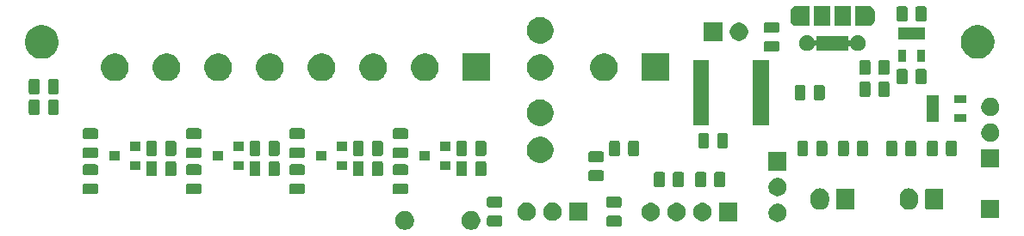
<source format=gbr>
G04 #@! TF.GenerationSoftware,KiCad,Pcbnew,(5.1.5)-3*
G04 #@! TF.CreationDate,2020-04-21T11:06:46-04:00*
G04 #@! TF.ProjectId,STM32_Klipper_Expander,53544d33-325f-44b6-9c69-707065725f45,B*
G04 #@! TF.SameCoordinates,Original*
G04 #@! TF.FileFunction,Soldermask,Top*
G04 #@! TF.FilePolarity,Negative*
%FSLAX46Y46*%
G04 Gerber Fmt 4.6, Leading zero omitted, Abs format (unit mm)*
G04 Created by KiCad (PCBNEW (5.1.5)-3) date 2020-04-21 11:06:46*
%MOMM*%
%LPD*%
G04 APERTURE LIST*
%ADD10C,0.100000*%
G04 APERTURE END LIST*
D10*
G36*
X146460104Y-96722585D02*
G01*
X146628626Y-96792389D01*
X146780291Y-96893728D01*
X146909272Y-97022709D01*
X147010611Y-97174374D01*
X147080415Y-97342896D01*
X147116000Y-97521797D01*
X147116000Y-97704203D01*
X147080415Y-97883104D01*
X147010611Y-98051626D01*
X146909272Y-98203291D01*
X146780291Y-98332272D01*
X146628626Y-98433611D01*
X146460104Y-98503415D01*
X146281203Y-98539000D01*
X146098797Y-98539000D01*
X145919896Y-98503415D01*
X145751374Y-98433611D01*
X145599709Y-98332272D01*
X145470728Y-98203291D01*
X145369389Y-98051626D01*
X145299585Y-97883104D01*
X145264000Y-97704203D01*
X145264000Y-97521797D01*
X145299585Y-97342896D01*
X145369389Y-97174374D01*
X145470728Y-97022709D01*
X145599709Y-96893728D01*
X145751374Y-96792389D01*
X145919896Y-96722585D01*
X146098797Y-96687000D01*
X146281203Y-96687000D01*
X146460104Y-96722585D01*
G37*
G36*
X139960104Y-96722585D02*
G01*
X140128626Y-96792389D01*
X140280291Y-96893728D01*
X140409272Y-97022709D01*
X140510611Y-97174374D01*
X140580415Y-97342896D01*
X140616000Y-97521797D01*
X140616000Y-97704203D01*
X140580415Y-97883104D01*
X140510611Y-98051626D01*
X140409272Y-98203291D01*
X140280291Y-98332272D01*
X140128626Y-98433611D01*
X139960104Y-98503415D01*
X139781203Y-98539000D01*
X139598797Y-98539000D01*
X139419896Y-98503415D01*
X139251374Y-98433611D01*
X139099709Y-98332272D01*
X138970728Y-98203291D01*
X138869389Y-98051626D01*
X138799585Y-97883104D01*
X138764000Y-97704203D01*
X138764000Y-97521797D01*
X138799585Y-97342896D01*
X138869389Y-97174374D01*
X138970728Y-97022709D01*
X139099709Y-96893728D01*
X139251374Y-96792389D01*
X139419896Y-96722585D01*
X139598797Y-96687000D01*
X139781203Y-96687000D01*
X139960104Y-96722585D01*
G37*
G36*
X160834468Y-97153565D02*
G01*
X160873138Y-97165296D01*
X160908777Y-97184346D01*
X160940017Y-97209983D01*
X160965654Y-97241223D01*
X160984704Y-97276862D01*
X160996435Y-97315532D01*
X161001000Y-97361888D01*
X161001000Y-98013112D01*
X160996435Y-98059468D01*
X160984704Y-98098138D01*
X160965654Y-98133777D01*
X160940017Y-98165017D01*
X160908777Y-98190654D01*
X160873138Y-98209704D01*
X160834468Y-98221435D01*
X160788112Y-98226000D01*
X159711888Y-98226000D01*
X159665532Y-98221435D01*
X159626862Y-98209704D01*
X159591223Y-98190654D01*
X159559983Y-98165017D01*
X159534346Y-98133777D01*
X159515296Y-98098138D01*
X159503565Y-98059468D01*
X159499000Y-98013112D01*
X159499000Y-97361888D01*
X159503565Y-97315532D01*
X159515296Y-97276862D01*
X159534346Y-97241223D01*
X159559983Y-97209983D01*
X159591223Y-97184346D01*
X159626862Y-97165296D01*
X159665532Y-97153565D01*
X159711888Y-97149000D01*
X160788112Y-97149000D01*
X160834468Y-97153565D01*
G37*
G36*
X149112468Y-97127565D02*
G01*
X149151138Y-97139296D01*
X149186777Y-97158346D01*
X149218017Y-97183983D01*
X149243654Y-97215223D01*
X149262704Y-97250862D01*
X149274435Y-97289532D01*
X149279000Y-97335888D01*
X149279000Y-97987112D01*
X149274435Y-98033468D01*
X149262704Y-98072138D01*
X149243654Y-98107777D01*
X149218017Y-98139017D01*
X149186777Y-98164654D01*
X149151138Y-98183704D01*
X149112468Y-98195435D01*
X149066112Y-98200000D01*
X147989888Y-98200000D01*
X147943532Y-98195435D01*
X147904862Y-98183704D01*
X147869223Y-98164654D01*
X147837983Y-98139017D01*
X147812346Y-98107777D01*
X147793296Y-98072138D01*
X147781565Y-98033468D01*
X147777000Y-97987112D01*
X147777000Y-97335888D01*
X147781565Y-97289532D01*
X147793296Y-97250862D01*
X147812346Y-97215223D01*
X147837983Y-97183983D01*
X147869223Y-97158346D01*
X147904862Y-97139296D01*
X147943532Y-97127565D01*
X147989888Y-97123000D01*
X149066112Y-97123000D01*
X149112468Y-97127565D01*
G37*
G36*
X176454512Y-95954927D02*
G01*
X176603812Y-95984624D01*
X176767784Y-96052544D01*
X176915354Y-96151147D01*
X177040853Y-96276646D01*
X177139456Y-96424216D01*
X177207376Y-96588188D01*
X177242000Y-96762259D01*
X177242000Y-96939741D01*
X177207376Y-97113812D01*
X177139456Y-97277784D01*
X177040853Y-97425354D01*
X176915354Y-97550853D01*
X176767784Y-97649456D01*
X176603812Y-97717376D01*
X176454512Y-97747073D01*
X176429742Y-97752000D01*
X176252258Y-97752000D01*
X176227488Y-97747073D01*
X176078188Y-97717376D01*
X175914216Y-97649456D01*
X175766646Y-97550853D01*
X175641147Y-97425354D01*
X175542544Y-97277784D01*
X175474624Y-97113812D01*
X175440000Y-96939741D01*
X175440000Y-96762259D01*
X175474624Y-96588188D01*
X175542544Y-96424216D01*
X175641147Y-96276646D01*
X175766646Y-96151147D01*
X175914216Y-96052544D01*
X176078188Y-95984624D01*
X176227488Y-95954927D01*
X176252258Y-95950000D01*
X176429742Y-95950000D01*
X176454512Y-95954927D01*
G37*
G36*
X163987512Y-95881927D02*
G01*
X164136812Y-95911624D01*
X164300784Y-95979544D01*
X164448354Y-96078147D01*
X164573853Y-96203646D01*
X164672456Y-96351216D01*
X164740376Y-96515188D01*
X164775000Y-96689259D01*
X164775000Y-96866741D01*
X164740376Y-97040812D01*
X164672456Y-97204784D01*
X164573853Y-97352354D01*
X164448354Y-97477853D01*
X164300784Y-97576456D01*
X164136812Y-97644376D01*
X163987512Y-97674073D01*
X163962742Y-97679000D01*
X163785258Y-97679000D01*
X163760488Y-97674073D01*
X163611188Y-97644376D01*
X163447216Y-97576456D01*
X163299646Y-97477853D01*
X163174147Y-97352354D01*
X163075544Y-97204784D01*
X163007624Y-97040812D01*
X162973000Y-96866741D01*
X162973000Y-96689259D01*
X163007624Y-96515188D01*
X163075544Y-96351216D01*
X163174147Y-96203646D01*
X163299646Y-96078147D01*
X163447216Y-95979544D01*
X163611188Y-95911624D01*
X163760488Y-95881927D01*
X163785258Y-95877000D01*
X163962742Y-95877000D01*
X163987512Y-95881927D01*
G37*
G36*
X166527512Y-95881927D02*
G01*
X166676812Y-95911624D01*
X166840784Y-95979544D01*
X166988354Y-96078147D01*
X167113853Y-96203646D01*
X167212456Y-96351216D01*
X167280376Y-96515188D01*
X167315000Y-96689259D01*
X167315000Y-96866741D01*
X167280376Y-97040812D01*
X167212456Y-97204784D01*
X167113853Y-97352354D01*
X166988354Y-97477853D01*
X166840784Y-97576456D01*
X166676812Y-97644376D01*
X166527512Y-97674073D01*
X166502742Y-97679000D01*
X166325258Y-97679000D01*
X166300488Y-97674073D01*
X166151188Y-97644376D01*
X165987216Y-97576456D01*
X165839646Y-97477853D01*
X165714147Y-97352354D01*
X165615544Y-97204784D01*
X165547624Y-97040812D01*
X165513000Y-96866741D01*
X165513000Y-96689259D01*
X165547624Y-96515188D01*
X165615544Y-96351216D01*
X165714147Y-96203646D01*
X165839646Y-96078147D01*
X165987216Y-95979544D01*
X166151188Y-95911624D01*
X166300488Y-95881927D01*
X166325258Y-95877000D01*
X166502742Y-95877000D01*
X166527512Y-95881927D01*
G37*
G36*
X169067512Y-95881927D02*
G01*
X169216812Y-95911624D01*
X169380784Y-95979544D01*
X169528354Y-96078147D01*
X169653853Y-96203646D01*
X169752456Y-96351216D01*
X169820376Y-96515188D01*
X169855000Y-96689259D01*
X169855000Y-96866741D01*
X169820376Y-97040812D01*
X169752456Y-97204784D01*
X169653853Y-97352354D01*
X169528354Y-97477853D01*
X169380784Y-97576456D01*
X169216812Y-97644376D01*
X169067512Y-97674073D01*
X169042742Y-97679000D01*
X168865258Y-97679000D01*
X168840488Y-97674073D01*
X168691188Y-97644376D01*
X168527216Y-97576456D01*
X168379646Y-97477853D01*
X168254147Y-97352354D01*
X168155544Y-97204784D01*
X168087624Y-97040812D01*
X168053000Y-96866741D01*
X168053000Y-96689259D01*
X168087624Y-96515188D01*
X168155544Y-96351216D01*
X168254147Y-96203646D01*
X168379646Y-96078147D01*
X168527216Y-95979544D01*
X168691188Y-95911624D01*
X168840488Y-95881927D01*
X168865258Y-95877000D01*
X169042742Y-95877000D01*
X169067512Y-95881927D01*
G37*
G36*
X172395000Y-97679000D02*
G01*
X170593000Y-97679000D01*
X170593000Y-95877000D01*
X172395000Y-95877000D01*
X172395000Y-97679000D01*
G37*
G36*
X154323512Y-95853927D02*
G01*
X154472812Y-95883624D01*
X154636784Y-95951544D01*
X154784354Y-96050147D01*
X154909853Y-96175646D01*
X155008456Y-96323216D01*
X155076376Y-96487188D01*
X155111000Y-96661259D01*
X155111000Y-96838741D01*
X155076376Y-97012812D01*
X155008456Y-97176784D01*
X154909853Y-97324354D01*
X154784354Y-97449853D01*
X154636784Y-97548456D01*
X154472812Y-97616376D01*
X154332048Y-97644375D01*
X154298742Y-97651000D01*
X154121258Y-97651000D01*
X154087952Y-97644375D01*
X153947188Y-97616376D01*
X153783216Y-97548456D01*
X153635646Y-97449853D01*
X153510147Y-97324354D01*
X153411544Y-97176784D01*
X153343624Y-97012812D01*
X153309000Y-96838741D01*
X153309000Y-96661259D01*
X153343624Y-96487188D01*
X153411544Y-96323216D01*
X153510147Y-96175646D01*
X153635646Y-96050147D01*
X153783216Y-95951544D01*
X153947188Y-95883624D01*
X154096488Y-95853927D01*
X154121258Y-95849000D01*
X154298742Y-95849000D01*
X154323512Y-95853927D01*
G37*
G36*
X157651000Y-97651000D02*
G01*
X155849000Y-97651000D01*
X155849000Y-95849000D01*
X157651000Y-95849000D01*
X157651000Y-97651000D01*
G37*
G36*
X151783512Y-95853927D02*
G01*
X151932812Y-95883624D01*
X152096784Y-95951544D01*
X152244354Y-96050147D01*
X152369853Y-96175646D01*
X152468456Y-96323216D01*
X152536376Y-96487188D01*
X152571000Y-96661259D01*
X152571000Y-96838741D01*
X152536376Y-97012812D01*
X152468456Y-97176784D01*
X152369853Y-97324354D01*
X152244354Y-97449853D01*
X152096784Y-97548456D01*
X151932812Y-97616376D01*
X151792048Y-97644375D01*
X151758742Y-97651000D01*
X151581258Y-97651000D01*
X151547952Y-97644375D01*
X151407188Y-97616376D01*
X151243216Y-97548456D01*
X151095646Y-97449853D01*
X150970147Y-97324354D01*
X150871544Y-97176784D01*
X150803624Y-97012812D01*
X150769000Y-96838741D01*
X150769000Y-96661259D01*
X150803624Y-96487188D01*
X150871544Y-96323216D01*
X150970147Y-96175646D01*
X151095646Y-96050147D01*
X151243216Y-95951544D01*
X151407188Y-95883624D01*
X151556488Y-95853927D01*
X151581258Y-95849000D01*
X151758742Y-95849000D01*
X151783512Y-95853927D01*
G37*
G36*
X198151000Y-97401000D02*
G01*
X196349000Y-97401000D01*
X196349000Y-95599000D01*
X198151000Y-95599000D01*
X198151000Y-97401000D01*
G37*
G36*
X189426627Y-94462037D02*
G01*
X189596466Y-94513557D01*
X189752991Y-94597222D01*
X189788729Y-94626552D01*
X189890186Y-94709814D01*
X189970992Y-94808278D01*
X190002778Y-94847009D01*
X190086443Y-95003534D01*
X190137963Y-95173374D01*
X190137963Y-95173376D01*
X190147332Y-95268495D01*
X190151000Y-95305743D01*
X190151000Y-95694258D01*
X190137963Y-95826627D01*
X190086443Y-95996466D01*
X190002778Y-96152991D01*
X189976945Y-96184468D01*
X189890186Y-96290186D01*
X189752989Y-96402779D01*
X189596467Y-96486442D01*
X189596465Y-96486443D01*
X189426626Y-96537963D01*
X189250000Y-96555359D01*
X189073373Y-96537963D01*
X188903534Y-96486443D01*
X188747009Y-96402778D01*
X188684183Y-96351218D01*
X188609814Y-96290186D01*
X188497221Y-96152989D01*
X188413558Y-95996467D01*
X188413557Y-95996465D01*
X188362037Y-95826626D01*
X188349000Y-95694257D01*
X188349000Y-95305742D01*
X188362037Y-95173373D01*
X188413557Y-95003534D01*
X188444236Y-94946139D01*
X188497221Y-94847011D01*
X188497222Y-94847009D01*
X188609815Y-94709815D01*
X188747010Y-94597222D01*
X188903535Y-94513557D01*
X189073374Y-94462037D01*
X189250000Y-94444641D01*
X189426627Y-94462037D01*
G37*
G36*
X180676627Y-94462037D02*
G01*
X180846466Y-94513557D01*
X181002991Y-94597222D01*
X181038729Y-94626552D01*
X181140186Y-94709814D01*
X181220992Y-94808278D01*
X181252778Y-94847009D01*
X181336443Y-95003534D01*
X181387963Y-95173374D01*
X181387963Y-95173376D01*
X181397332Y-95268495D01*
X181401000Y-95305743D01*
X181401000Y-95694258D01*
X181387963Y-95826627D01*
X181336443Y-95996466D01*
X181252778Y-96152991D01*
X181226945Y-96184468D01*
X181140186Y-96290186D01*
X181002989Y-96402779D01*
X180846467Y-96486442D01*
X180846465Y-96486443D01*
X180676626Y-96537963D01*
X180500000Y-96555359D01*
X180323373Y-96537963D01*
X180153534Y-96486443D01*
X179997009Y-96402778D01*
X179934183Y-96351218D01*
X179859814Y-96290186D01*
X179747221Y-96152989D01*
X179663558Y-95996467D01*
X179663557Y-95996465D01*
X179612037Y-95826626D01*
X179599000Y-95694257D01*
X179599000Y-95305742D01*
X179612037Y-95173373D01*
X179663557Y-95003534D01*
X179694236Y-94946139D01*
X179747221Y-94847011D01*
X179747222Y-94847009D01*
X179859815Y-94709815D01*
X179997010Y-94597222D01*
X180153535Y-94513557D01*
X180323374Y-94462037D01*
X180500000Y-94444641D01*
X180676627Y-94462037D01*
G37*
G36*
X183758600Y-94452989D02*
G01*
X183791652Y-94463015D01*
X183822103Y-94479292D01*
X183848799Y-94501201D01*
X183870708Y-94527897D01*
X183886985Y-94558348D01*
X183897011Y-94591400D01*
X183901000Y-94631903D01*
X183901000Y-96368097D01*
X183897011Y-96408600D01*
X183886985Y-96441652D01*
X183870708Y-96472103D01*
X183848799Y-96498799D01*
X183822103Y-96520708D01*
X183791652Y-96536985D01*
X183758600Y-96547011D01*
X183718097Y-96551000D01*
X182281903Y-96551000D01*
X182241400Y-96547011D01*
X182208348Y-96536985D01*
X182177897Y-96520708D01*
X182151201Y-96498799D01*
X182129292Y-96472103D01*
X182113015Y-96441652D01*
X182102989Y-96408600D01*
X182099000Y-96368097D01*
X182099000Y-94631903D01*
X182102989Y-94591400D01*
X182113015Y-94558348D01*
X182129292Y-94527897D01*
X182151201Y-94501201D01*
X182177897Y-94479292D01*
X182208348Y-94463015D01*
X182241400Y-94452989D01*
X182281903Y-94449000D01*
X183718097Y-94449000D01*
X183758600Y-94452989D01*
G37*
G36*
X192508600Y-94452989D02*
G01*
X192541652Y-94463015D01*
X192572103Y-94479292D01*
X192598799Y-94501201D01*
X192620708Y-94527897D01*
X192636985Y-94558348D01*
X192647011Y-94591400D01*
X192651000Y-94631903D01*
X192651000Y-96368097D01*
X192647011Y-96408600D01*
X192636985Y-96441652D01*
X192620708Y-96472103D01*
X192598799Y-96498799D01*
X192572103Y-96520708D01*
X192541652Y-96536985D01*
X192508600Y-96547011D01*
X192468097Y-96551000D01*
X191031903Y-96551000D01*
X190991400Y-96547011D01*
X190958348Y-96536985D01*
X190927897Y-96520708D01*
X190901201Y-96498799D01*
X190879292Y-96472103D01*
X190863015Y-96441652D01*
X190852989Y-96408600D01*
X190849000Y-96368097D01*
X190849000Y-94631903D01*
X190852989Y-94591400D01*
X190863015Y-94558348D01*
X190879292Y-94527897D01*
X190901201Y-94501201D01*
X190927897Y-94479292D01*
X190958348Y-94463015D01*
X190991400Y-94452989D01*
X191031903Y-94449000D01*
X192468097Y-94449000D01*
X192508600Y-94452989D01*
G37*
G36*
X160834468Y-95278565D02*
G01*
X160873138Y-95290296D01*
X160908777Y-95309346D01*
X160940017Y-95334983D01*
X160965654Y-95366223D01*
X160984704Y-95401862D01*
X160996435Y-95440532D01*
X161001000Y-95486888D01*
X161001000Y-96138112D01*
X160996435Y-96184468D01*
X160984704Y-96223138D01*
X160965654Y-96258777D01*
X160940017Y-96290017D01*
X160908777Y-96315654D01*
X160873138Y-96334704D01*
X160834468Y-96346435D01*
X160788112Y-96351000D01*
X159711888Y-96351000D01*
X159665532Y-96346435D01*
X159626862Y-96334704D01*
X159591223Y-96315654D01*
X159559983Y-96290017D01*
X159534346Y-96258777D01*
X159515296Y-96223138D01*
X159503565Y-96184468D01*
X159499000Y-96138112D01*
X159499000Y-95486888D01*
X159503565Y-95440532D01*
X159515296Y-95401862D01*
X159534346Y-95366223D01*
X159559983Y-95334983D01*
X159591223Y-95309346D01*
X159626862Y-95290296D01*
X159665532Y-95278565D01*
X159711888Y-95274000D01*
X160788112Y-95274000D01*
X160834468Y-95278565D01*
G37*
G36*
X149112468Y-95252565D02*
G01*
X149151138Y-95264296D01*
X149186777Y-95283346D01*
X149218017Y-95308983D01*
X149243654Y-95340223D01*
X149262704Y-95375862D01*
X149274435Y-95414532D01*
X149279000Y-95460888D01*
X149279000Y-96112112D01*
X149274435Y-96158468D01*
X149262704Y-96197138D01*
X149243654Y-96232777D01*
X149218017Y-96264017D01*
X149186777Y-96289654D01*
X149151138Y-96308704D01*
X149112468Y-96320435D01*
X149066112Y-96325000D01*
X147989888Y-96325000D01*
X147943532Y-96320435D01*
X147904862Y-96308704D01*
X147869223Y-96289654D01*
X147837983Y-96264017D01*
X147812346Y-96232777D01*
X147793296Y-96197138D01*
X147781565Y-96158468D01*
X147777000Y-96112112D01*
X147777000Y-95460888D01*
X147781565Y-95414532D01*
X147793296Y-95375862D01*
X147812346Y-95340223D01*
X147837983Y-95308983D01*
X147869223Y-95283346D01*
X147904862Y-95264296D01*
X147943532Y-95252565D01*
X147989888Y-95248000D01*
X149066112Y-95248000D01*
X149112468Y-95252565D01*
G37*
G36*
X176454512Y-93414927D02*
G01*
X176603812Y-93444624D01*
X176767784Y-93512544D01*
X176915354Y-93611147D01*
X177040853Y-93736646D01*
X177139456Y-93884216D01*
X177207376Y-94048188D01*
X177242000Y-94222259D01*
X177242000Y-94399741D01*
X177207376Y-94573812D01*
X177139456Y-94737784D01*
X177040853Y-94885354D01*
X176915354Y-95010853D01*
X176767784Y-95109456D01*
X176603812Y-95177376D01*
X176454512Y-95207073D01*
X176429742Y-95212000D01*
X176252258Y-95212000D01*
X176227488Y-95207073D01*
X176078188Y-95177376D01*
X175914216Y-95109456D01*
X175766646Y-95010853D01*
X175641147Y-94885354D01*
X175542544Y-94737784D01*
X175474624Y-94573812D01*
X175440000Y-94399741D01*
X175440000Y-94222259D01*
X175474624Y-94048188D01*
X175542544Y-93884216D01*
X175641147Y-93736646D01*
X175766646Y-93611147D01*
X175914216Y-93512544D01*
X176078188Y-93444624D01*
X176227488Y-93414927D01*
X176252258Y-93410000D01*
X176429742Y-93410000D01*
X176454512Y-93414927D01*
G37*
G36*
X129681468Y-93952565D02*
G01*
X129720138Y-93964296D01*
X129755777Y-93983346D01*
X129787017Y-94008983D01*
X129812654Y-94040223D01*
X129831704Y-94075862D01*
X129843435Y-94114532D01*
X129848000Y-94160888D01*
X129848000Y-94812112D01*
X129843435Y-94858468D01*
X129831704Y-94897138D01*
X129812654Y-94932777D01*
X129787017Y-94964017D01*
X129755777Y-94989654D01*
X129720138Y-95008704D01*
X129681468Y-95020435D01*
X129635112Y-95025000D01*
X128558888Y-95025000D01*
X128512532Y-95020435D01*
X128473862Y-95008704D01*
X128438223Y-94989654D01*
X128406983Y-94964017D01*
X128381346Y-94932777D01*
X128362296Y-94897138D01*
X128350565Y-94858468D01*
X128346000Y-94812112D01*
X128346000Y-94160888D01*
X128350565Y-94114532D01*
X128362296Y-94075862D01*
X128381346Y-94040223D01*
X128406983Y-94008983D01*
X128438223Y-93983346D01*
X128473862Y-93964296D01*
X128512532Y-93952565D01*
X128558888Y-93948000D01*
X129635112Y-93948000D01*
X129681468Y-93952565D01*
G37*
G36*
X119521468Y-93952565D02*
G01*
X119560138Y-93964296D01*
X119595777Y-93983346D01*
X119627017Y-94008983D01*
X119652654Y-94040223D01*
X119671704Y-94075862D01*
X119683435Y-94114532D01*
X119688000Y-94160888D01*
X119688000Y-94812112D01*
X119683435Y-94858468D01*
X119671704Y-94897138D01*
X119652654Y-94932777D01*
X119627017Y-94964017D01*
X119595777Y-94989654D01*
X119560138Y-95008704D01*
X119521468Y-95020435D01*
X119475112Y-95025000D01*
X118398888Y-95025000D01*
X118352532Y-95020435D01*
X118313862Y-95008704D01*
X118278223Y-94989654D01*
X118246983Y-94964017D01*
X118221346Y-94932777D01*
X118202296Y-94897138D01*
X118190565Y-94858468D01*
X118186000Y-94812112D01*
X118186000Y-94160888D01*
X118190565Y-94114532D01*
X118202296Y-94075862D01*
X118221346Y-94040223D01*
X118246983Y-94008983D01*
X118278223Y-93983346D01*
X118313862Y-93964296D01*
X118352532Y-93952565D01*
X118398888Y-93948000D01*
X119475112Y-93948000D01*
X119521468Y-93952565D01*
G37*
G36*
X139841468Y-93952565D02*
G01*
X139880138Y-93964296D01*
X139915777Y-93983346D01*
X139947017Y-94008983D01*
X139972654Y-94040223D01*
X139991704Y-94075862D01*
X140003435Y-94114532D01*
X140008000Y-94160888D01*
X140008000Y-94812112D01*
X140003435Y-94858468D01*
X139991704Y-94897138D01*
X139972654Y-94932777D01*
X139947017Y-94964017D01*
X139915777Y-94989654D01*
X139880138Y-95008704D01*
X139841468Y-95020435D01*
X139795112Y-95025000D01*
X138718888Y-95025000D01*
X138672532Y-95020435D01*
X138633862Y-95008704D01*
X138598223Y-94989654D01*
X138566983Y-94964017D01*
X138541346Y-94932777D01*
X138522296Y-94897138D01*
X138510565Y-94858468D01*
X138506000Y-94812112D01*
X138506000Y-94160888D01*
X138510565Y-94114532D01*
X138522296Y-94075862D01*
X138541346Y-94040223D01*
X138566983Y-94008983D01*
X138598223Y-93983346D01*
X138633862Y-93964296D01*
X138672532Y-93952565D01*
X138718888Y-93948000D01*
X139795112Y-93948000D01*
X139841468Y-93952565D01*
G37*
G36*
X109361468Y-93952565D02*
G01*
X109400138Y-93964296D01*
X109435777Y-93983346D01*
X109467017Y-94008983D01*
X109492654Y-94040223D01*
X109511704Y-94075862D01*
X109523435Y-94114532D01*
X109528000Y-94160888D01*
X109528000Y-94812112D01*
X109523435Y-94858468D01*
X109511704Y-94897138D01*
X109492654Y-94932777D01*
X109467017Y-94964017D01*
X109435777Y-94989654D01*
X109400138Y-95008704D01*
X109361468Y-95020435D01*
X109315112Y-95025000D01*
X108238888Y-95025000D01*
X108192532Y-95020435D01*
X108153862Y-95008704D01*
X108118223Y-94989654D01*
X108086983Y-94964017D01*
X108061346Y-94932777D01*
X108042296Y-94897138D01*
X108030565Y-94858468D01*
X108026000Y-94812112D01*
X108026000Y-94160888D01*
X108030565Y-94114532D01*
X108042296Y-94075862D01*
X108061346Y-94040223D01*
X108086983Y-94008983D01*
X108118223Y-93983346D01*
X108153862Y-93964296D01*
X108192532Y-93952565D01*
X108238888Y-93948000D01*
X109315112Y-93948000D01*
X109361468Y-93952565D01*
G37*
G36*
X171033468Y-92829565D02*
G01*
X171072138Y-92841296D01*
X171107777Y-92860346D01*
X171139017Y-92885983D01*
X171164654Y-92917223D01*
X171183704Y-92952862D01*
X171195435Y-92991532D01*
X171200000Y-93037888D01*
X171200000Y-94114112D01*
X171195435Y-94160468D01*
X171183704Y-94199138D01*
X171164654Y-94234777D01*
X171139017Y-94266017D01*
X171107777Y-94291654D01*
X171072138Y-94310704D01*
X171033468Y-94322435D01*
X170987112Y-94327000D01*
X170335888Y-94327000D01*
X170289532Y-94322435D01*
X170250862Y-94310704D01*
X170215223Y-94291654D01*
X170183983Y-94266017D01*
X170158346Y-94234777D01*
X170139296Y-94199138D01*
X170127565Y-94160468D01*
X170123000Y-94114112D01*
X170123000Y-93037888D01*
X170127565Y-92991532D01*
X170139296Y-92952862D01*
X170158346Y-92917223D01*
X170183983Y-92885983D01*
X170215223Y-92860346D01*
X170250862Y-92841296D01*
X170289532Y-92829565D01*
X170335888Y-92825000D01*
X170987112Y-92825000D01*
X171033468Y-92829565D01*
G37*
G36*
X169158468Y-92829565D02*
G01*
X169197138Y-92841296D01*
X169232777Y-92860346D01*
X169264017Y-92885983D01*
X169289654Y-92917223D01*
X169308704Y-92952862D01*
X169320435Y-92991532D01*
X169325000Y-93037888D01*
X169325000Y-94114112D01*
X169320435Y-94160468D01*
X169308704Y-94199138D01*
X169289654Y-94234777D01*
X169264017Y-94266017D01*
X169232777Y-94291654D01*
X169197138Y-94310704D01*
X169158468Y-94322435D01*
X169112112Y-94327000D01*
X168460888Y-94327000D01*
X168414532Y-94322435D01*
X168375862Y-94310704D01*
X168340223Y-94291654D01*
X168308983Y-94266017D01*
X168283346Y-94234777D01*
X168264296Y-94199138D01*
X168252565Y-94160468D01*
X168248000Y-94114112D01*
X168248000Y-93037888D01*
X168252565Y-92991532D01*
X168264296Y-92952862D01*
X168283346Y-92917223D01*
X168308983Y-92885983D01*
X168340223Y-92860346D01*
X168375862Y-92841296D01*
X168414532Y-92829565D01*
X168460888Y-92825000D01*
X169112112Y-92825000D01*
X169158468Y-92829565D01*
G37*
G36*
X165094468Y-92829565D02*
G01*
X165133138Y-92841296D01*
X165168777Y-92860346D01*
X165200017Y-92885983D01*
X165225654Y-92917223D01*
X165244704Y-92952862D01*
X165256435Y-92991532D01*
X165261000Y-93037888D01*
X165261000Y-94114112D01*
X165256435Y-94160468D01*
X165244704Y-94199138D01*
X165225654Y-94234777D01*
X165200017Y-94266017D01*
X165168777Y-94291654D01*
X165133138Y-94310704D01*
X165094468Y-94322435D01*
X165048112Y-94327000D01*
X164396888Y-94327000D01*
X164350532Y-94322435D01*
X164311862Y-94310704D01*
X164276223Y-94291654D01*
X164244983Y-94266017D01*
X164219346Y-94234777D01*
X164200296Y-94199138D01*
X164188565Y-94160468D01*
X164184000Y-94114112D01*
X164184000Y-93037888D01*
X164188565Y-92991532D01*
X164200296Y-92952862D01*
X164219346Y-92917223D01*
X164244983Y-92885983D01*
X164276223Y-92860346D01*
X164311862Y-92841296D01*
X164350532Y-92829565D01*
X164396888Y-92825000D01*
X165048112Y-92825000D01*
X165094468Y-92829565D01*
G37*
G36*
X166969468Y-92829565D02*
G01*
X167008138Y-92841296D01*
X167043777Y-92860346D01*
X167075017Y-92885983D01*
X167100654Y-92917223D01*
X167119704Y-92952862D01*
X167131435Y-92991532D01*
X167136000Y-93037888D01*
X167136000Y-94114112D01*
X167131435Y-94160468D01*
X167119704Y-94199138D01*
X167100654Y-94234777D01*
X167075017Y-94266017D01*
X167043777Y-94291654D01*
X167008138Y-94310704D01*
X166969468Y-94322435D01*
X166923112Y-94327000D01*
X166271888Y-94327000D01*
X166225532Y-94322435D01*
X166186862Y-94310704D01*
X166151223Y-94291654D01*
X166119983Y-94266017D01*
X166094346Y-94234777D01*
X166075296Y-94199138D01*
X166063565Y-94160468D01*
X166059000Y-94114112D01*
X166059000Y-93037888D01*
X166063565Y-92991532D01*
X166075296Y-92952862D01*
X166094346Y-92917223D01*
X166119983Y-92885983D01*
X166151223Y-92860346D01*
X166186862Y-92841296D01*
X166225532Y-92829565D01*
X166271888Y-92825000D01*
X166923112Y-92825000D01*
X166969468Y-92829565D01*
G37*
G36*
X159084468Y-92653565D02*
G01*
X159123138Y-92665296D01*
X159158777Y-92684346D01*
X159190017Y-92709983D01*
X159215654Y-92741223D01*
X159234704Y-92776862D01*
X159246435Y-92815532D01*
X159251000Y-92861888D01*
X159251000Y-93513112D01*
X159246435Y-93559468D01*
X159234704Y-93598138D01*
X159215654Y-93633777D01*
X159190017Y-93665017D01*
X159158777Y-93690654D01*
X159123138Y-93709704D01*
X159084468Y-93721435D01*
X159038112Y-93726000D01*
X157961888Y-93726000D01*
X157915532Y-93721435D01*
X157876862Y-93709704D01*
X157841223Y-93690654D01*
X157809983Y-93665017D01*
X157784346Y-93633777D01*
X157765296Y-93598138D01*
X157753565Y-93559468D01*
X157749000Y-93513112D01*
X157749000Y-92861888D01*
X157753565Y-92815532D01*
X157765296Y-92776862D01*
X157784346Y-92741223D01*
X157809983Y-92709983D01*
X157841223Y-92684346D01*
X157876862Y-92665296D01*
X157915532Y-92653565D01*
X157961888Y-92649000D01*
X159038112Y-92649000D01*
X159084468Y-92653565D01*
G37*
G36*
X135500468Y-91753565D02*
G01*
X135539138Y-91765296D01*
X135574777Y-91784346D01*
X135606017Y-91809983D01*
X135631654Y-91841223D01*
X135650704Y-91876862D01*
X135662435Y-91915532D01*
X135667000Y-91961888D01*
X135667000Y-93038112D01*
X135662435Y-93084468D01*
X135650704Y-93123138D01*
X135631654Y-93158777D01*
X135606017Y-93190017D01*
X135574777Y-93215654D01*
X135539138Y-93234704D01*
X135500468Y-93246435D01*
X135454112Y-93251000D01*
X134802888Y-93251000D01*
X134756532Y-93246435D01*
X134717862Y-93234704D01*
X134682223Y-93215654D01*
X134650983Y-93190017D01*
X134625346Y-93158777D01*
X134606296Y-93123138D01*
X134594565Y-93084468D01*
X134590000Y-93038112D01*
X134590000Y-91961888D01*
X134594565Y-91915532D01*
X134606296Y-91876862D01*
X134625346Y-91841223D01*
X134650983Y-91809983D01*
X134682223Y-91784346D01*
X134717862Y-91765296D01*
X134756532Y-91753565D01*
X134802888Y-91749000D01*
X135454112Y-91749000D01*
X135500468Y-91753565D01*
G37*
G36*
X137375468Y-91753565D02*
G01*
X137414138Y-91765296D01*
X137449777Y-91784346D01*
X137481017Y-91809983D01*
X137506654Y-91841223D01*
X137525704Y-91876862D01*
X137537435Y-91915532D01*
X137542000Y-91961888D01*
X137542000Y-93038112D01*
X137537435Y-93084468D01*
X137525704Y-93123138D01*
X137506654Y-93158777D01*
X137481017Y-93190017D01*
X137449777Y-93215654D01*
X137414138Y-93234704D01*
X137375468Y-93246435D01*
X137329112Y-93251000D01*
X136677888Y-93251000D01*
X136631532Y-93246435D01*
X136592862Y-93234704D01*
X136557223Y-93215654D01*
X136525983Y-93190017D01*
X136500346Y-93158777D01*
X136481296Y-93123138D01*
X136469565Y-93084468D01*
X136465000Y-93038112D01*
X136465000Y-91961888D01*
X136469565Y-91915532D01*
X136481296Y-91876862D01*
X136500346Y-91841223D01*
X136525983Y-91809983D01*
X136557223Y-91784346D01*
X136592862Y-91765296D01*
X136631532Y-91753565D01*
X136677888Y-91749000D01*
X137329112Y-91749000D01*
X137375468Y-91753565D01*
G37*
G36*
X145660468Y-91753565D02*
G01*
X145699138Y-91765296D01*
X145734777Y-91784346D01*
X145766017Y-91809983D01*
X145791654Y-91841223D01*
X145810704Y-91876862D01*
X145822435Y-91915532D01*
X145827000Y-91961888D01*
X145827000Y-93038112D01*
X145822435Y-93084468D01*
X145810704Y-93123138D01*
X145791654Y-93158777D01*
X145766017Y-93190017D01*
X145734777Y-93215654D01*
X145699138Y-93234704D01*
X145660468Y-93246435D01*
X145614112Y-93251000D01*
X144962888Y-93251000D01*
X144916532Y-93246435D01*
X144877862Y-93234704D01*
X144842223Y-93215654D01*
X144810983Y-93190017D01*
X144785346Y-93158777D01*
X144766296Y-93123138D01*
X144754565Y-93084468D01*
X144750000Y-93038112D01*
X144750000Y-91961888D01*
X144754565Y-91915532D01*
X144766296Y-91876862D01*
X144785346Y-91841223D01*
X144810983Y-91809983D01*
X144842223Y-91784346D01*
X144877862Y-91765296D01*
X144916532Y-91753565D01*
X144962888Y-91749000D01*
X145614112Y-91749000D01*
X145660468Y-91753565D01*
G37*
G36*
X147535468Y-91753565D02*
G01*
X147574138Y-91765296D01*
X147609777Y-91784346D01*
X147641017Y-91809983D01*
X147666654Y-91841223D01*
X147685704Y-91876862D01*
X147697435Y-91915532D01*
X147702000Y-91961888D01*
X147702000Y-93038112D01*
X147697435Y-93084468D01*
X147685704Y-93123138D01*
X147666654Y-93158777D01*
X147641017Y-93190017D01*
X147609777Y-93215654D01*
X147574138Y-93234704D01*
X147535468Y-93246435D01*
X147489112Y-93251000D01*
X146837888Y-93251000D01*
X146791532Y-93246435D01*
X146752862Y-93234704D01*
X146717223Y-93215654D01*
X146685983Y-93190017D01*
X146660346Y-93158777D01*
X146641296Y-93123138D01*
X146629565Y-93084468D01*
X146625000Y-93038112D01*
X146625000Y-91961888D01*
X146629565Y-91915532D01*
X146641296Y-91876862D01*
X146660346Y-91841223D01*
X146685983Y-91809983D01*
X146717223Y-91784346D01*
X146752862Y-91765296D01*
X146791532Y-91753565D01*
X146837888Y-91749000D01*
X147489112Y-91749000D01*
X147535468Y-91753565D01*
G37*
G36*
X127215468Y-91753565D02*
G01*
X127254138Y-91765296D01*
X127289777Y-91784346D01*
X127321017Y-91809983D01*
X127346654Y-91841223D01*
X127365704Y-91876862D01*
X127377435Y-91915532D01*
X127382000Y-91961888D01*
X127382000Y-93038112D01*
X127377435Y-93084468D01*
X127365704Y-93123138D01*
X127346654Y-93158777D01*
X127321017Y-93190017D01*
X127289777Y-93215654D01*
X127254138Y-93234704D01*
X127215468Y-93246435D01*
X127169112Y-93251000D01*
X126517888Y-93251000D01*
X126471532Y-93246435D01*
X126432862Y-93234704D01*
X126397223Y-93215654D01*
X126365983Y-93190017D01*
X126340346Y-93158777D01*
X126321296Y-93123138D01*
X126309565Y-93084468D01*
X126305000Y-93038112D01*
X126305000Y-91961888D01*
X126309565Y-91915532D01*
X126321296Y-91876862D01*
X126340346Y-91841223D01*
X126365983Y-91809983D01*
X126397223Y-91784346D01*
X126432862Y-91765296D01*
X126471532Y-91753565D01*
X126517888Y-91749000D01*
X127169112Y-91749000D01*
X127215468Y-91753565D01*
G37*
G36*
X115180468Y-91753565D02*
G01*
X115219138Y-91765296D01*
X115254777Y-91784346D01*
X115286017Y-91809983D01*
X115311654Y-91841223D01*
X115330704Y-91876862D01*
X115342435Y-91915532D01*
X115347000Y-91961888D01*
X115347000Y-93038112D01*
X115342435Y-93084468D01*
X115330704Y-93123138D01*
X115311654Y-93158777D01*
X115286017Y-93190017D01*
X115254777Y-93215654D01*
X115219138Y-93234704D01*
X115180468Y-93246435D01*
X115134112Y-93251000D01*
X114482888Y-93251000D01*
X114436532Y-93246435D01*
X114397862Y-93234704D01*
X114362223Y-93215654D01*
X114330983Y-93190017D01*
X114305346Y-93158777D01*
X114286296Y-93123138D01*
X114274565Y-93084468D01*
X114270000Y-93038112D01*
X114270000Y-91961888D01*
X114274565Y-91915532D01*
X114286296Y-91876862D01*
X114305346Y-91841223D01*
X114330983Y-91809983D01*
X114362223Y-91784346D01*
X114397862Y-91765296D01*
X114436532Y-91753565D01*
X114482888Y-91749000D01*
X115134112Y-91749000D01*
X115180468Y-91753565D01*
G37*
G36*
X117055468Y-91753565D02*
G01*
X117094138Y-91765296D01*
X117129777Y-91784346D01*
X117161017Y-91809983D01*
X117186654Y-91841223D01*
X117205704Y-91876862D01*
X117217435Y-91915532D01*
X117222000Y-91961888D01*
X117222000Y-93038112D01*
X117217435Y-93084468D01*
X117205704Y-93123138D01*
X117186654Y-93158777D01*
X117161017Y-93190017D01*
X117129777Y-93215654D01*
X117094138Y-93234704D01*
X117055468Y-93246435D01*
X117009112Y-93251000D01*
X116357888Y-93251000D01*
X116311532Y-93246435D01*
X116272862Y-93234704D01*
X116237223Y-93215654D01*
X116205983Y-93190017D01*
X116180346Y-93158777D01*
X116161296Y-93123138D01*
X116149565Y-93084468D01*
X116145000Y-93038112D01*
X116145000Y-91961888D01*
X116149565Y-91915532D01*
X116161296Y-91876862D01*
X116180346Y-91841223D01*
X116205983Y-91809983D01*
X116237223Y-91784346D01*
X116272862Y-91765296D01*
X116311532Y-91753565D01*
X116357888Y-91749000D01*
X117009112Y-91749000D01*
X117055468Y-91753565D01*
G37*
G36*
X125340468Y-91753565D02*
G01*
X125379138Y-91765296D01*
X125414777Y-91784346D01*
X125446017Y-91809983D01*
X125471654Y-91841223D01*
X125490704Y-91876862D01*
X125502435Y-91915532D01*
X125507000Y-91961888D01*
X125507000Y-93038112D01*
X125502435Y-93084468D01*
X125490704Y-93123138D01*
X125471654Y-93158777D01*
X125446017Y-93190017D01*
X125414777Y-93215654D01*
X125379138Y-93234704D01*
X125340468Y-93246435D01*
X125294112Y-93251000D01*
X124642888Y-93251000D01*
X124596532Y-93246435D01*
X124557862Y-93234704D01*
X124522223Y-93215654D01*
X124490983Y-93190017D01*
X124465346Y-93158777D01*
X124446296Y-93123138D01*
X124434565Y-93084468D01*
X124430000Y-93038112D01*
X124430000Y-91961888D01*
X124434565Y-91915532D01*
X124446296Y-91876862D01*
X124465346Y-91841223D01*
X124490983Y-91809983D01*
X124522223Y-91784346D01*
X124557862Y-91765296D01*
X124596532Y-91753565D01*
X124642888Y-91749000D01*
X125294112Y-91749000D01*
X125340468Y-91753565D01*
G37*
G36*
X119521468Y-92077565D02*
G01*
X119560138Y-92089296D01*
X119595777Y-92108346D01*
X119627017Y-92133983D01*
X119652654Y-92165223D01*
X119671704Y-92200862D01*
X119683435Y-92239532D01*
X119688000Y-92285888D01*
X119688000Y-92937112D01*
X119683435Y-92983468D01*
X119671704Y-93022138D01*
X119652654Y-93057777D01*
X119627017Y-93089017D01*
X119595777Y-93114654D01*
X119560138Y-93133704D01*
X119521468Y-93145435D01*
X119475112Y-93150000D01*
X118398888Y-93150000D01*
X118352532Y-93145435D01*
X118313862Y-93133704D01*
X118278223Y-93114654D01*
X118246983Y-93089017D01*
X118221346Y-93057777D01*
X118202296Y-93022138D01*
X118190565Y-92983468D01*
X118186000Y-92937112D01*
X118186000Y-92285888D01*
X118190565Y-92239532D01*
X118202296Y-92200862D01*
X118221346Y-92165223D01*
X118246983Y-92133983D01*
X118278223Y-92108346D01*
X118313862Y-92089296D01*
X118352532Y-92077565D01*
X118398888Y-92073000D01*
X119475112Y-92073000D01*
X119521468Y-92077565D01*
G37*
G36*
X139841468Y-92077565D02*
G01*
X139880138Y-92089296D01*
X139915777Y-92108346D01*
X139947017Y-92133983D01*
X139972654Y-92165223D01*
X139991704Y-92200862D01*
X140003435Y-92239532D01*
X140008000Y-92285888D01*
X140008000Y-92937112D01*
X140003435Y-92983468D01*
X139991704Y-93022138D01*
X139972654Y-93057777D01*
X139947017Y-93089017D01*
X139915777Y-93114654D01*
X139880138Y-93133704D01*
X139841468Y-93145435D01*
X139795112Y-93150000D01*
X138718888Y-93150000D01*
X138672532Y-93145435D01*
X138633862Y-93133704D01*
X138598223Y-93114654D01*
X138566983Y-93089017D01*
X138541346Y-93057777D01*
X138522296Y-93022138D01*
X138510565Y-92983468D01*
X138506000Y-92937112D01*
X138506000Y-92285888D01*
X138510565Y-92239532D01*
X138522296Y-92200862D01*
X138541346Y-92165223D01*
X138566983Y-92133983D01*
X138598223Y-92108346D01*
X138633862Y-92089296D01*
X138672532Y-92077565D01*
X138718888Y-92073000D01*
X139795112Y-92073000D01*
X139841468Y-92077565D01*
G37*
G36*
X129681468Y-92077565D02*
G01*
X129720138Y-92089296D01*
X129755777Y-92108346D01*
X129787017Y-92133983D01*
X129812654Y-92165223D01*
X129831704Y-92200862D01*
X129843435Y-92239532D01*
X129848000Y-92285888D01*
X129848000Y-92937112D01*
X129843435Y-92983468D01*
X129831704Y-93022138D01*
X129812654Y-93057777D01*
X129787017Y-93089017D01*
X129755777Y-93114654D01*
X129720138Y-93133704D01*
X129681468Y-93145435D01*
X129635112Y-93150000D01*
X128558888Y-93150000D01*
X128512532Y-93145435D01*
X128473862Y-93133704D01*
X128438223Y-93114654D01*
X128406983Y-93089017D01*
X128381346Y-93057777D01*
X128362296Y-93022138D01*
X128350565Y-92983468D01*
X128346000Y-92937112D01*
X128346000Y-92285888D01*
X128350565Y-92239532D01*
X128362296Y-92200862D01*
X128381346Y-92165223D01*
X128406983Y-92133983D01*
X128438223Y-92108346D01*
X128473862Y-92089296D01*
X128512532Y-92077565D01*
X128558888Y-92073000D01*
X129635112Y-92073000D01*
X129681468Y-92077565D01*
G37*
G36*
X109361468Y-92077565D02*
G01*
X109400138Y-92089296D01*
X109435777Y-92108346D01*
X109467017Y-92133983D01*
X109492654Y-92165223D01*
X109511704Y-92200862D01*
X109523435Y-92239532D01*
X109528000Y-92285888D01*
X109528000Y-92937112D01*
X109523435Y-92983468D01*
X109511704Y-93022138D01*
X109492654Y-93057777D01*
X109467017Y-93089017D01*
X109435777Y-93114654D01*
X109400138Y-93133704D01*
X109361468Y-93145435D01*
X109315112Y-93150000D01*
X108238888Y-93150000D01*
X108192532Y-93145435D01*
X108153862Y-93133704D01*
X108118223Y-93114654D01*
X108086983Y-93089017D01*
X108061346Y-93057777D01*
X108042296Y-93022138D01*
X108030565Y-92983468D01*
X108026000Y-92937112D01*
X108026000Y-92285888D01*
X108030565Y-92239532D01*
X108042296Y-92200862D01*
X108061346Y-92165223D01*
X108086983Y-92133983D01*
X108118223Y-92108346D01*
X108153862Y-92089296D01*
X108192532Y-92077565D01*
X108238888Y-92073000D01*
X109315112Y-92073000D01*
X109361468Y-92077565D01*
G37*
G36*
X177242000Y-92672000D02*
G01*
X175440000Y-92672000D01*
X175440000Y-90870000D01*
X177242000Y-90870000D01*
X177242000Y-92672000D01*
G37*
G36*
X113697000Y-92651000D02*
G01*
X112695000Y-92651000D01*
X112695000Y-91749000D01*
X113697000Y-91749000D01*
X113697000Y-92651000D01*
G37*
G36*
X123857000Y-92651000D02*
G01*
X122855000Y-92651000D01*
X122855000Y-91749000D01*
X123857000Y-91749000D01*
X123857000Y-92651000D01*
G37*
G36*
X144177000Y-92651000D02*
G01*
X143175000Y-92651000D01*
X143175000Y-91749000D01*
X144177000Y-91749000D01*
X144177000Y-92651000D01*
G37*
G36*
X134017000Y-92651000D02*
G01*
X133015000Y-92651000D01*
X133015000Y-91749000D01*
X134017000Y-91749000D01*
X134017000Y-92651000D01*
G37*
G36*
X198151000Y-92401000D02*
G01*
X196349000Y-92401000D01*
X196349000Y-90599000D01*
X198151000Y-90599000D01*
X198151000Y-92401000D01*
G37*
G36*
X153379487Y-89383996D02*
G01*
X153616253Y-89482068D01*
X153616255Y-89482069D01*
X153829339Y-89624447D01*
X154010553Y-89805661D01*
X154083753Y-89915212D01*
X154152932Y-90018747D01*
X154251004Y-90255513D01*
X154301000Y-90506861D01*
X154301000Y-90763139D01*
X154251004Y-91014487D01*
X154161526Y-91230505D01*
X154152931Y-91251255D01*
X154010553Y-91464339D01*
X153829339Y-91645553D01*
X153616255Y-91787931D01*
X153616254Y-91787932D01*
X153616253Y-91787932D01*
X153379487Y-91886004D01*
X153128139Y-91936000D01*
X152871861Y-91936000D01*
X152620513Y-91886004D01*
X152383747Y-91787932D01*
X152383746Y-91787932D01*
X152383745Y-91787931D01*
X152170661Y-91645553D01*
X151989447Y-91464339D01*
X151847069Y-91251255D01*
X151838474Y-91230505D01*
X151748996Y-91014487D01*
X151699000Y-90763139D01*
X151699000Y-90506861D01*
X151748996Y-90255513D01*
X151847068Y-90018747D01*
X151916248Y-89915212D01*
X151989447Y-89805661D01*
X152170661Y-89624447D01*
X152383745Y-89482069D01*
X152383747Y-89482068D01*
X152620513Y-89383996D01*
X152871861Y-89334000D01*
X153128139Y-89334000D01*
X153379487Y-89383996D01*
G37*
G36*
X159084468Y-90778565D02*
G01*
X159123138Y-90790296D01*
X159158777Y-90809346D01*
X159190017Y-90834983D01*
X159215654Y-90866223D01*
X159234704Y-90901862D01*
X159246435Y-90940532D01*
X159251000Y-90986888D01*
X159251000Y-91638112D01*
X159246435Y-91684468D01*
X159234704Y-91723138D01*
X159215654Y-91758777D01*
X159190017Y-91790017D01*
X159158777Y-91815654D01*
X159123138Y-91834704D01*
X159084468Y-91846435D01*
X159038112Y-91851000D01*
X157961888Y-91851000D01*
X157915532Y-91846435D01*
X157876862Y-91834704D01*
X157841223Y-91815654D01*
X157809983Y-91790017D01*
X157784346Y-91758777D01*
X157765296Y-91723138D01*
X157753565Y-91684468D01*
X157749000Y-91638112D01*
X157749000Y-90986888D01*
X157753565Y-90940532D01*
X157765296Y-90901862D01*
X157784346Y-90866223D01*
X157809983Y-90834983D01*
X157841223Y-90809346D01*
X157876862Y-90790296D01*
X157915532Y-90778565D01*
X157961888Y-90774000D01*
X159038112Y-90774000D01*
X159084468Y-90778565D01*
G37*
G36*
X111697000Y-91701000D02*
G01*
X110695000Y-91701000D01*
X110695000Y-90799000D01*
X111697000Y-90799000D01*
X111697000Y-91701000D01*
G37*
G36*
X121857000Y-91701000D02*
G01*
X120855000Y-91701000D01*
X120855000Y-90799000D01*
X121857000Y-90799000D01*
X121857000Y-91701000D01*
G37*
G36*
X132017000Y-91701000D02*
G01*
X131015000Y-91701000D01*
X131015000Y-90799000D01*
X132017000Y-90799000D01*
X132017000Y-91701000D01*
G37*
G36*
X142177000Y-91701000D02*
G01*
X141175000Y-91701000D01*
X141175000Y-90799000D01*
X142177000Y-90799000D01*
X142177000Y-91701000D01*
G37*
G36*
X119521468Y-90396565D02*
G01*
X119560138Y-90408296D01*
X119595777Y-90427346D01*
X119627017Y-90452983D01*
X119652654Y-90484223D01*
X119671704Y-90519862D01*
X119683435Y-90558532D01*
X119688000Y-90604888D01*
X119688000Y-91256112D01*
X119683435Y-91302468D01*
X119671704Y-91341138D01*
X119652654Y-91376777D01*
X119627017Y-91408017D01*
X119595777Y-91433654D01*
X119560138Y-91452704D01*
X119521468Y-91464435D01*
X119475112Y-91469000D01*
X118398888Y-91469000D01*
X118352532Y-91464435D01*
X118313862Y-91452704D01*
X118278223Y-91433654D01*
X118246983Y-91408017D01*
X118221346Y-91376777D01*
X118202296Y-91341138D01*
X118190565Y-91302468D01*
X118186000Y-91256112D01*
X118186000Y-90604888D01*
X118190565Y-90558532D01*
X118202296Y-90519862D01*
X118221346Y-90484223D01*
X118246983Y-90452983D01*
X118278223Y-90427346D01*
X118313862Y-90408296D01*
X118352532Y-90396565D01*
X118398888Y-90392000D01*
X119475112Y-90392000D01*
X119521468Y-90396565D01*
G37*
G36*
X109361468Y-90396565D02*
G01*
X109400138Y-90408296D01*
X109435777Y-90427346D01*
X109467017Y-90452983D01*
X109492654Y-90484223D01*
X109511704Y-90519862D01*
X109523435Y-90558532D01*
X109528000Y-90604888D01*
X109528000Y-91256112D01*
X109523435Y-91302468D01*
X109511704Y-91341138D01*
X109492654Y-91376777D01*
X109467017Y-91408017D01*
X109435777Y-91433654D01*
X109400138Y-91452704D01*
X109361468Y-91464435D01*
X109315112Y-91469000D01*
X108238888Y-91469000D01*
X108192532Y-91464435D01*
X108153862Y-91452704D01*
X108118223Y-91433654D01*
X108086983Y-91408017D01*
X108061346Y-91376777D01*
X108042296Y-91341138D01*
X108030565Y-91302468D01*
X108026000Y-91256112D01*
X108026000Y-90604888D01*
X108030565Y-90558532D01*
X108042296Y-90519862D01*
X108061346Y-90484223D01*
X108086983Y-90452983D01*
X108118223Y-90427346D01*
X108153862Y-90408296D01*
X108192532Y-90396565D01*
X108238888Y-90392000D01*
X109315112Y-90392000D01*
X109361468Y-90396565D01*
G37*
G36*
X129681468Y-90396565D02*
G01*
X129720138Y-90408296D01*
X129755777Y-90427346D01*
X129787017Y-90452983D01*
X129812654Y-90484223D01*
X129831704Y-90519862D01*
X129843435Y-90558532D01*
X129848000Y-90604888D01*
X129848000Y-91256112D01*
X129843435Y-91302468D01*
X129831704Y-91341138D01*
X129812654Y-91376777D01*
X129787017Y-91408017D01*
X129755777Y-91433654D01*
X129720138Y-91452704D01*
X129681468Y-91464435D01*
X129635112Y-91469000D01*
X128558888Y-91469000D01*
X128512532Y-91464435D01*
X128473862Y-91452704D01*
X128438223Y-91433654D01*
X128406983Y-91408017D01*
X128381346Y-91376777D01*
X128362296Y-91341138D01*
X128350565Y-91302468D01*
X128346000Y-91256112D01*
X128346000Y-90604888D01*
X128350565Y-90558532D01*
X128362296Y-90519862D01*
X128381346Y-90484223D01*
X128406983Y-90452983D01*
X128438223Y-90427346D01*
X128473862Y-90408296D01*
X128512532Y-90396565D01*
X128558888Y-90392000D01*
X129635112Y-90392000D01*
X129681468Y-90396565D01*
G37*
G36*
X139841468Y-90396565D02*
G01*
X139880138Y-90408296D01*
X139915777Y-90427346D01*
X139947017Y-90452983D01*
X139972654Y-90484223D01*
X139991704Y-90519862D01*
X140003435Y-90558532D01*
X140008000Y-90604888D01*
X140008000Y-91256112D01*
X140003435Y-91302468D01*
X139991704Y-91341138D01*
X139972654Y-91376777D01*
X139947017Y-91408017D01*
X139915777Y-91433654D01*
X139880138Y-91452704D01*
X139841468Y-91464435D01*
X139795112Y-91469000D01*
X138718888Y-91469000D01*
X138672532Y-91464435D01*
X138633862Y-91452704D01*
X138598223Y-91433654D01*
X138566983Y-91408017D01*
X138541346Y-91376777D01*
X138522296Y-91341138D01*
X138510565Y-91302468D01*
X138506000Y-91256112D01*
X138506000Y-90604888D01*
X138510565Y-90558532D01*
X138522296Y-90519862D01*
X138541346Y-90484223D01*
X138566983Y-90452983D01*
X138598223Y-90427346D01*
X138633862Y-90408296D01*
X138672532Y-90396565D01*
X138718888Y-90392000D01*
X139795112Y-90392000D01*
X139841468Y-90396565D01*
G37*
G36*
X181059468Y-89753565D02*
G01*
X181098138Y-89765296D01*
X181133777Y-89784346D01*
X181165017Y-89809983D01*
X181190654Y-89841223D01*
X181209704Y-89876862D01*
X181221435Y-89915532D01*
X181226000Y-89961888D01*
X181226000Y-91038112D01*
X181221435Y-91084468D01*
X181209704Y-91123138D01*
X181190654Y-91158777D01*
X181165017Y-91190017D01*
X181133777Y-91215654D01*
X181098138Y-91234704D01*
X181059468Y-91246435D01*
X181013112Y-91251000D01*
X180361888Y-91251000D01*
X180315532Y-91246435D01*
X180276862Y-91234704D01*
X180241223Y-91215654D01*
X180209983Y-91190017D01*
X180184346Y-91158777D01*
X180165296Y-91123138D01*
X180153565Y-91084468D01*
X180149000Y-91038112D01*
X180149000Y-89961888D01*
X180153565Y-89915532D01*
X180165296Y-89876862D01*
X180184346Y-89841223D01*
X180209983Y-89809983D01*
X180241223Y-89784346D01*
X180276862Y-89765296D01*
X180315532Y-89753565D01*
X180361888Y-89749000D01*
X181013112Y-89749000D01*
X181059468Y-89753565D01*
G37*
G36*
X183184468Y-89753565D02*
G01*
X183223138Y-89765296D01*
X183258777Y-89784346D01*
X183290017Y-89809983D01*
X183315654Y-89841223D01*
X183334704Y-89876862D01*
X183346435Y-89915532D01*
X183351000Y-89961888D01*
X183351000Y-91038112D01*
X183346435Y-91084468D01*
X183334704Y-91123138D01*
X183315654Y-91158777D01*
X183290017Y-91190017D01*
X183258777Y-91215654D01*
X183223138Y-91234704D01*
X183184468Y-91246435D01*
X183138112Y-91251000D01*
X182486888Y-91251000D01*
X182440532Y-91246435D01*
X182401862Y-91234704D01*
X182366223Y-91215654D01*
X182334983Y-91190017D01*
X182309346Y-91158777D01*
X182290296Y-91123138D01*
X182278565Y-91084468D01*
X182274000Y-91038112D01*
X182274000Y-89961888D01*
X182278565Y-89915532D01*
X182290296Y-89876862D01*
X182309346Y-89841223D01*
X182334983Y-89809983D01*
X182366223Y-89784346D01*
X182401862Y-89765296D01*
X182440532Y-89753565D01*
X182486888Y-89749000D01*
X183138112Y-89749000D01*
X183184468Y-89753565D01*
G37*
G36*
X185059468Y-89753565D02*
G01*
X185098138Y-89765296D01*
X185133777Y-89784346D01*
X185165017Y-89809983D01*
X185190654Y-89841223D01*
X185209704Y-89876862D01*
X185221435Y-89915532D01*
X185226000Y-89961888D01*
X185226000Y-91038112D01*
X185221435Y-91084468D01*
X185209704Y-91123138D01*
X185190654Y-91158777D01*
X185165017Y-91190017D01*
X185133777Y-91215654D01*
X185098138Y-91234704D01*
X185059468Y-91246435D01*
X185013112Y-91251000D01*
X184361888Y-91251000D01*
X184315532Y-91246435D01*
X184276862Y-91234704D01*
X184241223Y-91215654D01*
X184209983Y-91190017D01*
X184184346Y-91158777D01*
X184165296Y-91123138D01*
X184153565Y-91084468D01*
X184149000Y-91038112D01*
X184149000Y-89961888D01*
X184153565Y-89915532D01*
X184165296Y-89876862D01*
X184184346Y-89841223D01*
X184209983Y-89809983D01*
X184241223Y-89784346D01*
X184276862Y-89765296D01*
X184315532Y-89753565D01*
X184361888Y-89749000D01*
X185013112Y-89749000D01*
X185059468Y-89753565D01*
G37*
G36*
X147535468Y-89753565D02*
G01*
X147574138Y-89765296D01*
X147609777Y-89784346D01*
X147641017Y-89809983D01*
X147666654Y-89841223D01*
X147685704Y-89876862D01*
X147697435Y-89915532D01*
X147702000Y-89961888D01*
X147702000Y-91038112D01*
X147697435Y-91084468D01*
X147685704Y-91123138D01*
X147666654Y-91158777D01*
X147641017Y-91190017D01*
X147609777Y-91215654D01*
X147574138Y-91234704D01*
X147535468Y-91246435D01*
X147489112Y-91251000D01*
X146837888Y-91251000D01*
X146791532Y-91246435D01*
X146752862Y-91234704D01*
X146717223Y-91215654D01*
X146685983Y-91190017D01*
X146660346Y-91158777D01*
X146641296Y-91123138D01*
X146629565Y-91084468D01*
X146625000Y-91038112D01*
X146625000Y-89961888D01*
X146629565Y-89915532D01*
X146641296Y-89876862D01*
X146660346Y-89841223D01*
X146685983Y-89809983D01*
X146717223Y-89784346D01*
X146752862Y-89765296D01*
X146791532Y-89753565D01*
X146837888Y-89749000D01*
X147489112Y-89749000D01*
X147535468Y-89753565D01*
G37*
G36*
X145660468Y-89753565D02*
G01*
X145699138Y-89765296D01*
X145734777Y-89784346D01*
X145766017Y-89809983D01*
X145791654Y-89841223D01*
X145810704Y-89876862D01*
X145822435Y-89915532D01*
X145827000Y-89961888D01*
X145827000Y-91038112D01*
X145822435Y-91084468D01*
X145810704Y-91123138D01*
X145791654Y-91158777D01*
X145766017Y-91190017D01*
X145734777Y-91215654D01*
X145699138Y-91234704D01*
X145660468Y-91246435D01*
X145614112Y-91251000D01*
X144962888Y-91251000D01*
X144916532Y-91246435D01*
X144877862Y-91234704D01*
X144842223Y-91215654D01*
X144810983Y-91190017D01*
X144785346Y-91158777D01*
X144766296Y-91123138D01*
X144754565Y-91084468D01*
X144750000Y-91038112D01*
X144750000Y-89961888D01*
X144754565Y-89915532D01*
X144766296Y-89876862D01*
X144785346Y-89841223D01*
X144810983Y-89809983D01*
X144842223Y-89784346D01*
X144877862Y-89765296D01*
X144916532Y-89753565D01*
X144962888Y-89749000D01*
X145614112Y-89749000D01*
X145660468Y-89753565D01*
G37*
G36*
X137375468Y-89753565D02*
G01*
X137414138Y-89765296D01*
X137449777Y-89784346D01*
X137481017Y-89809983D01*
X137506654Y-89841223D01*
X137525704Y-89876862D01*
X137537435Y-89915532D01*
X137542000Y-89961888D01*
X137542000Y-91038112D01*
X137537435Y-91084468D01*
X137525704Y-91123138D01*
X137506654Y-91158777D01*
X137481017Y-91190017D01*
X137449777Y-91215654D01*
X137414138Y-91234704D01*
X137375468Y-91246435D01*
X137329112Y-91251000D01*
X136677888Y-91251000D01*
X136631532Y-91246435D01*
X136592862Y-91234704D01*
X136557223Y-91215654D01*
X136525983Y-91190017D01*
X136500346Y-91158777D01*
X136481296Y-91123138D01*
X136469565Y-91084468D01*
X136465000Y-91038112D01*
X136465000Y-89961888D01*
X136469565Y-89915532D01*
X136481296Y-89876862D01*
X136500346Y-89841223D01*
X136525983Y-89809983D01*
X136557223Y-89784346D01*
X136592862Y-89765296D01*
X136631532Y-89753565D01*
X136677888Y-89749000D01*
X137329112Y-89749000D01*
X137375468Y-89753565D01*
G37*
G36*
X135500468Y-89753565D02*
G01*
X135539138Y-89765296D01*
X135574777Y-89784346D01*
X135606017Y-89809983D01*
X135631654Y-89841223D01*
X135650704Y-89876862D01*
X135662435Y-89915532D01*
X135667000Y-89961888D01*
X135667000Y-91038112D01*
X135662435Y-91084468D01*
X135650704Y-91123138D01*
X135631654Y-91158777D01*
X135606017Y-91190017D01*
X135574777Y-91215654D01*
X135539138Y-91234704D01*
X135500468Y-91246435D01*
X135454112Y-91251000D01*
X134802888Y-91251000D01*
X134756532Y-91246435D01*
X134717862Y-91234704D01*
X134682223Y-91215654D01*
X134650983Y-91190017D01*
X134625346Y-91158777D01*
X134606296Y-91123138D01*
X134594565Y-91084468D01*
X134590000Y-91038112D01*
X134590000Y-89961888D01*
X134594565Y-89915532D01*
X134606296Y-89876862D01*
X134625346Y-89841223D01*
X134650983Y-89809983D01*
X134682223Y-89784346D01*
X134717862Y-89765296D01*
X134756532Y-89753565D01*
X134802888Y-89749000D01*
X135454112Y-89749000D01*
X135500468Y-89753565D01*
G37*
G36*
X179184468Y-89753565D02*
G01*
X179223138Y-89765296D01*
X179258777Y-89784346D01*
X179290017Y-89809983D01*
X179315654Y-89841223D01*
X179334704Y-89876862D01*
X179346435Y-89915532D01*
X179351000Y-89961888D01*
X179351000Y-91038112D01*
X179346435Y-91084468D01*
X179334704Y-91123138D01*
X179315654Y-91158777D01*
X179290017Y-91190017D01*
X179258777Y-91215654D01*
X179223138Y-91234704D01*
X179184468Y-91246435D01*
X179138112Y-91251000D01*
X178486888Y-91251000D01*
X178440532Y-91246435D01*
X178401862Y-91234704D01*
X178366223Y-91215654D01*
X178334983Y-91190017D01*
X178309346Y-91158777D01*
X178290296Y-91123138D01*
X178278565Y-91084468D01*
X178274000Y-91038112D01*
X178274000Y-89961888D01*
X178278565Y-89915532D01*
X178290296Y-89876862D01*
X178309346Y-89841223D01*
X178334983Y-89809983D01*
X178366223Y-89784346D01*
X178401862Y-89765296D01*
X178440532Y-89753565D01*
X178486888Y-89749000D01*
X179138112Y-89749000D01*
X179184468Y-89753565D01*
G37*
G36*
X127215468Y-89753565D02*
G01*
X127254138Y-89765296D01*
X127289777Y-89784346D01*
X127321017Y-89809983D01*
X127346654Y-89841223D01*
X127365704Y-89876862D01*
X127377435Y-89915532D01*
X127382000Y-89961888D01*
X127382000Y-91038112D01*
X127377435Y-91084468D01*
X127365704Y-91123138D01*
X127346654Y-91158777D01*
X127321017Y-91190017D01*
X127289777Y-91215654D01*
X127254138Y-91234704D01*
X127215468Y-91246435D01*
X127169112Y-91251000D01*
X126517888Y-91251000D01*
X126471532Y-91246435D01*
X126432862Y-91234704D01*
X126397223Y-91215654D01*
X126365983Y-91190017D01*
X126340346Y-91158777D01*
X126321296Y-91123138D01*
X126309565Y-91084468D01*
X126305000Y-91038112D01*
X126305000Y-89961888D01*
X126309565Y-89915532D01*
X126321296Y-89876862D01*
X126340346Y-89841223D01*
X126365983Y-89809983D01*
X126397223Y-89784346D01*
X126432862Y-89765296D01*
X126471532Y-89753565D01*
X126517888Y-89749000D01*
X127169112Y-89749000D01*
X127215468Y-89753565D01*
G37*
G36*
X187934468Y-89753565D02*
G01*
X187973138Y-89765296D01*
X188008777Y-89784346D01*
X188040017Y-89809983D01*
X188065654Y-89841223D01*
X188084704Y-89876862D01*
X188096435Y-89915532D01*
X188101000Y-89961888D01*
X188101000Y-91038112D01*
X188096435Y-91084468D01*
X188084704Y-91123138D01*
X188065654Y-91158777D01*
X188040017Y-91190017D01*
X188008777Y-91215654D01*
X187973138Y-91234704D01*
X187934468Y-91246435D01*
X187888112Y-91251000D01*
X187236888Y-91251000D01*
X187190532Y-91246435D01*
X187151862Y-91234704D01*
X187116223Y-91215654D01*
X187084983Y-91190017D01*
X187059346Y-91158777D01*
X187040296Y-91123138D01*
X187028565Y-91084468D01*
X187024000Y-91038112D01*
X187024000Y-89961888D01*
X187028565Y-89915532D01*
X187040296Y-89876862D01*
X187059346Y-89841223D01*
X187084983Y-89809983D01*
X187116223Y-89784346D01*
X187151862Y-89765296D01*
X187190532Y-89753565D01*
X187236888Y-89749000D01*
X187888112Y-89749000D01*
X187934468Y-89753565D01*
G37*
G36*
X125340468Y-89753565D02*
G01*
X125379138Y-89765296D01*
X125414777Y-89784346D01*
X125446017Y-89809983D01*
X125471654Y-89841223D01*
X125490704Y-89876862D01*
X125502435Y-89915532D01*
X125507000Y-89961888D01*
X125507000Y-91038112D01*
X125502435Y-91084468D01*
X125490704Y-91123138D01*
X125471654Y-91158777D01*
X125446017Y-91190017D01*
X125414777Y-91215654D01*
X125379138Y-91234704D01*
X125340468Y-91246435D01*
X125294112Y-91251000D01*
X124642888Y-91251000D01*
X124596532Y-91246435D01*
X124557862Y-91234704D01*
X124522223Y-91215654D01*
X124490983Y-91190017D01*
X124465346Y-91158777D01*
X124446296Y-91123138D01*
X124434565Y-91084468D01*
X124430000Y-91038112D01*
X124430000Y-89961888D01*
X124434565Y-89915532D01*
X124446296Y-89876862D01*
X124465346Y-89841223D01*
X124490983Y-89809983D01*
X124522223Y-89784346D01*
X124557862Y-89765296D01*
X124596532Y-89753565D01*
X124642888Y-89749000D01*
X125294112Y-89749000D01*
X125340468Y-89753565D01*
G37*
G36*
X117055468Y-89753565D02*
G01*
X117094138Y-89765296D01*
X117129777Y-89784346D01*
X117161017Y-89809983D01*
X117186654Y-89841223D01*
X117205704Y-89876862D01*
X117217435Y-89915532D01*
X117222000Y-89961888D01*
X117222000Y-91038112D01*
X117217435Y-91084468D01*
X117205704Y-91123138D01*
X117186654Y-91158777D01*
X117161017Y-91190017D01*
X117129777Y-91215654D01*
X117094138Y-91234704D01*
X117055468Y-91246435D01*
X117009112Y-91251000D01*
X116357888Y-91251000D01*
X116311532Y-91246435D01*
X116272862Y-91234704D01*
X116237223Y-91215654D01*
X116205983Y-91190017D01*
X116180346Y-91158777D01*
X116161296Y-91123138D01*
X116149565Y-91084468D01*
X116145000Y-91038112D01*
X116145000Y-89961888D01*
X116149565Y-89915532D01*
X116161296Y-89876862D01*
X116180346Y-89841223D01*
X116205983Y-89809983D01*
X116237223Y-89784346D01*
X116272862Y-89765296D01*
X116311532Y-89753565D01*
X116357888Y-89749000D01*
X117009112Y-89749000D01*
X117055468Y-89753565D01*
G37*
G36*
X115180468Y-89753565D02*
G01*
X115219138Y-89765296D01*
X115254777Y-89784346D01*
X115286017Y-89809983D01*
X115311654Y-89841223D01*
X115330704Y-89876862D01*
X115342435Y-89915532D01*
X115347000Y-89961888D01*
X115347000Y-91038112D01*
X115342435Y-91084468D01*
X115330704Y-91123138D01*
X115311654Y-91158777D01*
X115286017Y-91190017D01*
X115254777Y-91215654D01*
X115219138Y-91234704D01*
X115180468Y-91246435D01*
X115134112Y-91251000D01*
X114482888Y-91251000D01*
X114436532Y-91246435D01*
X114397862Y-91234704D01*
X114362223Y-91215654D01*
X114330983Y-91190017D01*
X114305346Y-91158777D01*
X114286296Y-91123138D01*
X114274565Y-91084468D01*
X114270000Y-91038112D01*
X114270000Y-89961888D01*
X114274565Y-89915532D01*
X114286296Y-89876862D01*
X114305346Y-89841223D01*
X114330983Y-89809983D01*
X114362223Y-89784346D01*
X114397862Y-89765296D01*
X114436532Y-89753565D01*
X114482888Y-89749000D01*
X115134112Y-89749000D01*
X115180468Y-89753565D01*
G37*
G36*
X160684468Y-89753565D02*
G01*
X160723138Y-89765296D01*
X160758777Y-89784346D01*
X160790017Y-89809983D01*
X160815654Y-89841223D01*
X160834704Y-89876862D01*
X160846435Y-89915532D01*
X160851000Y-89961888D01*
X160851000Y-91038112D01*
X160846435Y-91084468D01*
X160834704Y-91123138D01*
X160815654Y-91158777D01*
X160790017Y-91190017D01*
X160758777Y-91215654D01*
X160723138Y-91234704D01*
X160684468Y-91246435D01*
X160638112Y-91251000D01*
X159986888Y-91251000D01*
X159940532Y-91246435D01*
X159901862Y-91234704D01*
X159866223Y-91215654D01*
X159834983Y-91190017D01*
X159809346Y-91158777D01*
X159790296Y-91123138D01*
X159778565Y-91084468D01*
X159774000Y-91038112D01*
X159774000Y-89961888D01*
X159778565Y-89915532D01*
X159790296Y-89876862D01*
X159809346Y-89841223D01*
X159834983Y-89809983D01*
X159866223Y-89784346D01*
X159901862Y-89765296D01*
X159940532Y-89753565D01*
X159986888Y-89749000D01*
X160638112Y-89749000D01*
X160684468Y-89753565D01*
G37*
G36*
X193809468Y-89753565D02*
G01*
X193848138Y-89765296D01*
X193883777Y-89784346D01*
X193915017Y-89809983D01*
X193940654Y-89841223D01*
X193959704Y-89876862D01*
X193971435Y-89915532D01*
X193976000Y-89961888D01*
X193976000Y-91038112D01*
X193971435Y-91084468D01*
X193959704Y-91123138D01*
X193940654Y-91158777D01*
X193915017Y-91190017D01*
X193883777Y-91215654D01*
X193848138Y-91234704D01*
X193809468Y-91246435D01*
X193763112Y-91251000D01*
X193111888Y-91251000D01*
X193065532Y-91246435D01*
X193026862Y-91234704D01*
X192991223Y-91215654D01*
X192959983Y-91190017D01*
X192934346Y-91158777D01*
X192915296Y-91123138D01*
X192903565Y-91084468D01*
X192899000Y-91038112D01*
X192899000Y-89961888D01*
X192903565Y-89915532D01*
X192915296Y-89876862D01*
X192934346Y-89841223D01*
X192959983Y-89809983D01*
X192991223Y-89784346D01*
X193026862Y-89765296D01*
X193065532Y-89753565D01*
X193111888Y-89749000D01*
X193763112Y-89749000D01*
X193809468Y-89753565D01*
G37*
G36*
X191934468Y-89753565D02*
G01*
X191973138Y-89765296D01*
X192008777Y-89784346D01*
X192040017Y-89809983D01*
X192065654Y-89841223D01*
X192084704Y-89876862D01*
X192096435Y-89915532D01*
X192101000Y-89961888D01*
X192101000Y-91038112D01*
X192096435Y-91084468D01*
X192084704Y-91123138D01*
X192065654Y-91158777D01*
X192040017Y-91190017D01*
X192008777Y-91215654D01*
X191973138Y-91234704D01*
X191934468Y-91246435D01*
X191888112Y-91251000D01*
X191236888Y-91251000D01*
X191190532Y-91246435D01*
X191151862Y-91234704D01*
X191116223Y-91215654D01*
X191084983Y-91190017D01*
X191059346Y-91158777D01*
X191040296Y-91123138D01*
X191028565Y-91084468D01*
X191024000Y-91038112D01*
X191024000Y-89961888D01*
X191028565Y-89915532D01*
X191040296Y-89876862D01*
X191059346Y-89841223D01*
X191084983Y-89809983D01*
X191116223Y-89784346D01*
X191151862Y-89765296D01*
X191190532Y-89753565D01*
X191236888Y-89749000D01*
X191888112Y-89749000D01*
X191934468Y-89753565D01*
G37*
G36*
X189809468Y-89753565D02*
G01*
X189848138Y-89765296D01*
X189883777Y-89784346D01*
X189915017Y-89809983D01*
X189940654Y-89841223D01*
X189959704Y-89876862D01*
X189971435Y-89915532D01*
X189976000Y-89961888D01*
X189976000Y-91038112D01*
X189971435Y-91084468D01*
X189959704Y-91123138D01*
X189940654Y-91158777D01*
X189915017Y-91190017D01*
X189883777Y-91215654D01*
X189848138Y-91234704D01*
X189809468Y-91246435D01*
X189763112Y-91251000D01*
X189111888Y-91251000D01*
X189065532Y-91246435D01*
X189026862Y-91234704D01*
X188991223Y-91215654D01*
X188959983Y-91190017D01*
X188934346Y-91158777D01*
X188915296Y-91123138D01*
X188903565Y-91084468D01*
X188899000Y-91038112D01*
X188899000Y-89961888D01*
X188903565Y-89915532D01*
X188915296Y-89876862D01*
X188934346Y-89841223D01*
X188959983Y-89809983D01*
X188991223Y-89784346D01*
X189026862Y-89765296D01*
X189065532Y-89753565D01*
X189111888Y-89749000D01*
X189763112Y-89749000D01*
X189809468Y-89753565D01*
G37*
G36*
X162559468Y-89753565D02*
G01*
X162598138Y-89765296D01*
X162633777Y-89784346D01*
X162665017Y-89809983D01*
X162690654Y-89841223D01*
X162709704Y-89876862D01*
X162721435Y-89915532D01*
X162726000Y-89961888D01*
X162726000Y-91038112D01*
X162721435Y-91084468D01*
X162709704Y-91123138D01*
X162690654Y-91158777D01*
X162665017Y-91190017D01*
X162633777Y-91215654D01*
X162598138Y-91234704D01*
X162559468Y-91246435D01*
X162513112Y-91251000D01*
X161861888Y-91251000D01*
X161815532Y-91246435D01*
X161776862Y-91234704D01*
X161741223Y-91215654D01*
X161709983Y-91190017D01*
X161684346Y-91158777D01*
X161665296Y-91123138D01*
X161653565Y-91084468D01*
X161649000Y-91038112D01*
X161649000Y-89961888D01*
X161653565Y-89915532D01*
X161665296Y-89876862D01*
X161684346Y-89841223D01*
X161709983Y-89809983D01*
X161741223Y-89784346D01*
X161776862Y-89765296D01*
X161815532Y-89753565D01*
X161861888Y-89749000D01*
X162513112Y-89749000D01*
X162559468Y-89753565D01*
G37*
G36*
X123857000Y-90751000D02*
G01*
X122855000Y-90751000D01*
X122855000Y-89849000D01*
X123857000Y-89849000D01*
X123857000Y-90751000D01*
G37*
G36*
X134017000Y-90751000D02*
G01*
X133015000Y-90751000D01*
X133015000Y-89849000D01*
X134017000Y-89849000D01*
X134017000Y-90751000D01*
G37*
G36*
X144177000Y-90751000D02*
G01*
X143175000Y-90751000D01*
X143175000Y-89849000D01*
X144177000Y-89849000D01*
X144177000Y-90751000D01*
G37*
G36*
X113697000Y-90751000D02*
G01*
X112695000Y-90751000D01*
X112695000Y-89849000D01*
X113697000Y-89849000D01*
X113697000Y-90751000D01*
G37*
G36*
X171309468Y-89003565D02*
G01*
X171348138Y-89015296D01*
X171383777Y-89034346D01*
X171415017Y-89059983D01*
X171440654Y-89091223D01*
X171459704Y-89126862D01*
X171471435Y-89165532D01*
X171476000Y-89211888D01*
X171476000Y-90288112D01*
X171471435Y-90334468D01*
X171459704Y-90373138D01*
X171440654Y-90408777D01*
X171415017Y-90440017D01*
X171383777Y-90465654D01*
X171348138Y-90484704D01*
X171309468Y-90496435D01*
X171263112Y-90501000D01*
X170611888Y-90501000D01*
X170565532Y-90496435D01*
X170526862Y-90484704D01*
X170491223Y-90465654D01*
X170459983Y-90440017D01*
X170434346Y-90408777D01*
X170415296Y-90373138D01*
X170403565Y-90334468D01*
X170399000Y-90288112D01*
X170399000Y-89211888D01*
X170403565Y-89165532D01*
X170415296Y-89126862D01*
X170434346Y-89091223D01*
X170459983Y-89059983D01*
X170491223Y-89034346D01*
X170526862Y-89015296D01*
X170565532Y-89003565D01*
X170611888Y-88999000D01*
X171263112Y-88999000D01*
X171309468Y-89003565D01*
G37*
G36*
X169434468Y-89003565D02*
G01*
X169473138Y-89015296D01*
X169508777Y-89034346D01*
X169540017Y-89059983D01*
X169565654Y-89091223D01*
X169584704Y-89126862D01*
X169596435Y-89165532D01*
X169601000Y-89211888D01*
X169601000Y-90288112D01*
X169596435Y-90334468D01*
X169584704Y-90373138D01*
X169565654Y-90408777D01*
X169540017Y-90440017D01*
X169508777Y-90465654D01*
X169473138Y-90484704D01*
X169434468Y-90496435D01*
X169388112Y-90501000D01*
X168736888Y-90501000D01*
X168690532Y-90496435D01*
X168651862Y-90484704D01*
X168616223Y-90465654D01*
X168584983Y-90440017D01*
X168559346Y-90408777D01*
X168540296Y-90373138D01*
X168528565Y-90334468D01*
X168524000Y-90288112D01*
X168524000Y-89211888D01*
X168528565Y-89165532D01*
X168540296Y-89126862D01*
X168559346Y-89091223D01*
X168584983Y-89059983D01*
X168616223Y-89034346D01*
X168651862Y-89015296D01*
X168690532Y-89003565D01*
X168736888Y-88999000D01*
X169388112Y-88999000D01*
X169434468Y-89003565D01*
G37*
G36*
X197363512Y-88063927D02*
G01*
X197512812Y-88093624D01*
X197676784Y-88161544D01*
X197824354Y-88260147D01*
X197949853Y-88385646D01*
X198048456Y-88533216D01*
X198116376Y-88697188D01*
X198151000Y-88871259D01*
X198151000Y-89048741D01*
X198116376Y-89222812D01*
X198048456Y-89386784D01*
X197949853Y-89534354D01*
X197824354Y-89659853D01*
X197676784Y-89758456D01*
X197512812Y-89826376D01*
X197363512Y-89856073D01*
X197338742Y-89861000D01*
X197161258Y-89861000D01*
X197136488Y-89856073D01*
X196987188Y-89826376D01*
X196823216Y-89758456D01*
X196675646Y-89659853D01*
X196550147Y-89534354D01*
X196451544Y-89386784D01*
X196383624Y-89222812D01*
X196349000Y-89048741D01*
X196349000Y-88871259D01*
X196383624Y-88697188D01*
X196451544Y-88533216D01*
X196550147Y-88385646D01*
X196675646Y-88260147D01*
X196823216Y-88161544D01*
X196987188Y-88093624D01*
X197136488Y-88063927D01*
X197161258Y-88059000D01*
X197338742Y-88059000D01*
X197363512Y-88063927D01*
G37*
G36*
X109361468Y-88521565D02*
G01*
X109400138Y-88533296D01*
X109435777Y-88552346D01*
X109467017Y-88577983D01*
X109492654Y-88609223D01*
X109511704Y-88644862D01*
X109523435Y-88683532D01*
X109528000Y-88729888D01*
X109528000Y-89381112D01*
X109523435Y-89427468D01*
X109511704Y-89466138D01*
X109492654Y-89501777D01*
X109467017Y-89533017D01*
X109435777Y-89558654D01*
X109400138Y-89577704D01*
X109361468Y-89589435D01*
X109315112Y-89594000D01*
X108238888Y-89594000D01*
X108192532Y-89589435D01*
X108153862Y-89577704D01*
X108118223Y-89558654D01*
X108086983Y-89533017D01*
X108061346Y-89501777D01*
X108042296Y-89466138D01*
X108030565Y-89427468D01*
X108026000Y-89381112D01*
X108026000Y-88729888D01*
X108030565Y-88683532D01*
X108042296Y-88644862D01*
X108061346Y-88609223D01*
X108086983Y-88577983D01*
X108118223Y-88552346D01*
X108153862Y-88533296D01*
X108192532Y-88521565D01*
X108238888Y-88517000D01*
X109315112Y-88517000D01*
X109361468Y-88521565D01*
G37*
G36*
X119521468Y-88521565D02*
G01*
X119560138Y-88533296D01*
X119595777Y-88552346D01*
X119627017Y-88577983D01*
X119652654Y-88609223D01*
X119671704Y-88644862D01*
X119683435Y-88683532D01*
X119688000Y-88729888D01*
X119688000Y-89381112D01*
X119683435Y-89427468D01*
X119671704Y-89466138D01*
X119652654Y-89501777D01*
X119627017Y-89533017D01*
X119595777Y-89558654D01*
X119560138Y-89577704D01*
X119521468Y-89589435D01*
X119475112Y-89594000D01*
X118398888Y-89594000D01*
X118352532Y-89589435D01*
X118313862Y-89577704D01*
X118278223Y-89558654D01*
X118246983Y-89533017D01*
X118221346Y-89501777D01*
X118202296Y-89466138D01*
X118190565Y-89427468D01*
X118186000Y-89381112D01*
X118186000Y-88729888D01*
X118190565Y-88683532D01*
X118202296Y-88644862D01*
X118221346Y-88609223D01*
X118246983Y-88577983D01*
X118278223Y-88552346D01*
X118313862Y-88533296D01*
X118352532Y-88521565D01*
X118398888Y-88517000D01*
X119475112Y-88517000D01*
X119521468Y-88521565D01*
G37*
G36*
X129681468Y-88521565D02*
G01*
X129720138Y-88533296D01*
X129755777Y-88552346D01*
X129787017Y-88577983D01*
X129812654Y-88609223D01*
X129831704Y-88644862D01*
X129843435Y-88683532D01*
X129848000Y-88729888D01*
X129848000Y-89381112D01*
X129843435Y-89427468D01*
X129831704Y-89466138D01*
X129812654Y-89501777D01*
X129787017Y-89533017D01*
X129755777Y-89558654D01*
X129720138Y-89577704D01*
X129681468Y-89589435D01*
X129635112Y-89594000D01*
X128558888Y-89594000D01*
X128512532Y-89589435D01*
X128473862Y-89577704D01*
X128438223Y-89558654D01*
X128406983Y-89533017D01*
X128381346Y-89501777D01*
X128362296Y-89466138D01*
X128350565Y-89427468D01*
X128346000Y-89381112D01*
X128346000Y-88729888D01*
X128350565Y-88683532D01*
X128362296Y-88644862D01*
X128381346Y-88609223D01*
X128406983Y-88577983D01*
X128438223Y-88552346D01*
X128473862Y-88533296D01*
X128512532Y-88521565D01*
X128558888Y-88517000D01*
X129635112Y-88517000D01*
X129681468Y-88521565D01*
G37*
G36*
X139841468Y-88521565D02*
G01*
X139880138Y-88533296D01*
X139915777Y-88552346D01*
X139947017Y-88577983D01*
X139972654Y-88609223D01*
X139991704Y-88644862D01*
X140003435Y-88683532D01*
X140008000Y-88729888D01*
X140008000Y-89381112D01*
X140003435Y-89427468D01*
X139991704Y-89466138D01*
X139972654Y-89501777D01*
X139947017Y-89533017D01*
X139915777Y-89558654D01*
X139880138Y-89577704D01*
X139841468Y-89589435D01*
X139795112Y-89594000D01*
X138718888Y-89594000D01*
X138672532Y-89589435D01*
X138633862Y-89577704D01*
X138598223Y-89558654D01*
X138566983Y-89533017D01*
X138541346Y-89501777D01*
X138522296Y-89466138D01*
X138510565Y-89427468D01*
X138506000Y-89381112D01*
X138506000Y-88729888D01*
X138510565Y-88683532D01*
X138522296Y-88644862D01*
X138541346Y-88609223D01*
X138566983Y-88577983D01*
X138598223Y-88552346D01*
X138633862Y-88533296D01*
X138672532Y-88521565D01*
X138718888Y-88517000D01*
X139795112Y-88517000D01*
X139841468Y-88521565D01*
G37*
G36*
X153379487Y-85723996D02*
G01*
X153596442Y-85813862D01*
X153616255Y-85822069D01*
X153829339Y-85964447D01*
X154010553Y-86145661D01*
X154146420Y-86349000D01*
X154152932Y-86358747D01*
X154251004Y-86595513D01*
X154301000Y-86846861D01*
X154301000Y-87103139D01*
X154251004Y-87354487D01*
X154169605Y-87551000D01*
X154152931Y-87591255D01*
X154010553Y-87804339D01*
X153829339Y-87985553D01*
X153616255Y-88127931D01*
X153616254Y-88127932D01*
X153616253Y-88127932D01*
X153379487Y-88226004D01*
X153128139Y-88276000D01*
X152871861Y-88276000D01*
X152620513Y-88226004D01*
X152383747Y-88127932D01*
X152383746Y-88127932D01*
X152383745Y-88127931D01*
X152170661Y-87985553D01*
X151989447Y-87804339D01*
X151847069Y-87591255D01*
X151830395Y-87551000D01*
X151748996Y-87354487D01*
X151699000Y-87103139D01*
X151699000Y-86846861D01*
X151748996Y-86595513D01*
X151847068Y-86358747D01*
X151853581Y-86349000D01*
X151989447Y-86145661D01*
X152170661Y-85964447D01*
X152383745Y-85822069D01*
X152403558Y-85813862D01*
X152620513Y-85723996D01*
X152871861Y-85674000D01*
X153128139Y-85674000D01*
X153379487Y-85723996D01*
G37*
G36*
X169576000Y-88201000D02*
G01*
X168024000Y-88201000D01*
X168024000Y-81799000D01*
X169576000Y-81799000D01*
X169576000Y-88201000D01*
G37*
G36*
X175476000Y-88201000D02*
G01*
X173924000Y-88201000D01*
X173924000Y-81799000D01*
X175476000Y-81799000D01*
X175476000Y-88201000D01*
G37*
G36*
X194923000Y-87884000D02*
G01*
X193733000Y-87884000D01*
X193733000Y-87144000D01*
X194923000Y-87144000D01*
X194923000Y-87884000D01*
G37*
G36*
X192223000Y-87884000D02*
G01*
X191033000Y-87884000D01*
X191033000Y-85244000D01*
X192223000Y-85244000D01*
X192223000Y-87884000D01*
G37*
G36*
X197363512Y-85523927D02*
G01*
X197512812Y-85553624D01*
X197676784Y-85621544D01*
X197824354Y-85720147D01*
X197949853Y-85845646D01*
X198048456Y-85993216D01*
X198116376Y-86157188D01*
X198151000Y-86331259D01*
X198151000Y-86508741D01*
X198116376Y-86682812D01*
X198048456Y-86846784D01*
X197949853Y-86994354D01*
X197824354Y-87119853D01*
X197676784Y-87218456D01*
X197512812Y-87286376D01*
X197363512Y-87316073D01*
X197338742Y-87321000D01*
X197161258Y-87321000D01*
X197136488Y-87316073D01*
X196987188Y-87286376D01*
X196823216Y-87218456D01*
X196675646Y-87119853D01*
X196550147Y-86994354D01*
X196451544Y-86846784D01*
X196383624Y-86682812D01*
X196349000Y-86508741D01*
X196349000Y-86331259D01*
X196383624Y-86157188D01*
X196451544Y-85993216D01*
X196550147Y-85845646D01*
X196675646Y-85720147D01*
X196823216Y-85621544D01*
X196987188Y-85553624D01*
X197136488Y-85523927D01*
X197161258Y-85519000D01*
X197338742Y-85519000D01*
X197363512Y-85523927D01*
G37*
G36*
X105514468Y-85690565D02*
G01*
X105553138Y-85702296D01*
X105588777Y-85721346D01*
X105620017Y-85746983D01*
X105645654Y-85778223D01*
X105664704Y-85813862D01*
X105676435Y-85852532D01*
X105681000Y-85898888D01*
X105681000Y-86975112D01*
X105676435Y-87021468D01*
X105664704Y-87060138D01*
X105645654Y-87095777D01*
X105620017Y-87127017D01*
X105588777Y-87152654D01*
X105553138Y-87171704D01*
X105514468Y-87183435D01*
X105468112Y-87188000D01*
X104816888Y-87188000D01*
X104770532Y-87183435D01*
X104731862Y-87171704D01*
X104696223Y-87152654D01*
X104664983Y-87127017D01*
X104639346Y-87095777D01*
X104620296Y-87060138D01*
X104608565Y-87021468D01*
X104604000Y-86975112D01*
X104604000Y-85898888D01*
X104608565Y-85852532D01*
X104620296Y-85813862D01*
X104639346Y-85778223D01*
X104664983Y-85746983D01*
X104696223Y-85721346D01*
X104731862Y-85702296D01*
X104770532Y-85690565D01*
X104816888Y-85686000D01*
X105468112Y-85686000D01*
X105514468Y-85690565D01*
G37*
G36*
X103639468Y-85690565D02*
G01*
X103678138Y-85702296D01*
X103713777Y-85721346D01*
X103745017Y-85746983D01*
X103770654Y-85778223D01*
X103789704Y-85813862D01*
X103801435Y-85852532D01*
X103806000Y-85898888D01*
X103806000Y-86975112D01*
X103801435Y-87021468D01*
X103789704Y-87060138D01*
X103770654Y-87095777D01*
X103745017Y-87127017D01*
X103713777Y-87152654D01*
X103678138Y-87171704D01*
X103639468Y-87183435D01*
X103593112Y-87188000D01*
X102941888Y-87188000D01*
X102895532Y-87183435D01*
X102856862Y-87171704D01*
X102821223Y-87152654D01*
X102789983Y-87127017D01*
X102764346Y-87095777D01*
X102745296Y-87060138D01*
X102733565Y-87021468D01*
X102729000Y-86975112D01*
X102729000Y-85898888D01*
X102733565Y-85852532D01*
X102745296Y-85813862D01*
X102764346Y-85778223D01*
X102789983Y-85746983D01*
X102821223Y-85721346D01*
X102856862Y-85702296D01*
X102895532Y-85690565D01*
X102941888Y-85686000D01*
X103593112Y-85686000D01*
X103639468Y-85690565D01*
G37*
G36*
X194923000Y-85984000D02*
G01*
X193733000Y-85984000D01*
X193733000Y-85244000D01*
X194923000Y-85244000D01*
X194923000Y-85984000D01*
G37*
G36*
X180809468Y-84253565D02*
G01*
X180848138Y-84265296D01*
X180883777Y-84284346D01*
X180915017Y-84309983D01*
X180940654Y-84341223D01*
X180959704Y-84376862D01*
X180971435Y-84415532D01*
X180976000Y-84461888D01*
X180976000Y-85538112D01*
X180971435Y-85584468D01*
X180959704Y-85623138D01*
X180940654Y-85658777D01*
X180915017Y-85690017D01*
X180883777Y-85715654D01*
X180848138Y-85734704D01*
X180809468Y-85746435D01*
X180763112Y-85751000D01*
X180111888Y-85751000D01*
X180065532Y-85746435D01*
X180026862Y-85734704D01*
X179991223Y-85715654D01*
X179959983Y-85690017D01*
X179934346Y-85658777D01*
X179915296Y-85623138D01*
X179903565Y-85584468D01*
X179899000Y-85538112D01*
X179899000Y-84461888D01*
X179903565Y-84415532D01*
X179915296Y-84376862D01*
X179934346Y-84341223D01*
X179959983Y-84309983D01*
X179991223Y-84284346D01*
X180026862Y-84265296D01*
X180065532Y-84253565D01*
X180111888Y-84249000D01*
X180763112Y-84249000D01*
X180809468Y-84253565D01*
G37*
G36*
X178934468Y-84253565D02*
G01*
X178973138Y-84265296D01*
X179008777Y-84284346D01*
X179040017Y-84309983D01*
X179065654Y-84341223D01*
X179084704Y-84376862D01*
X179096435Y-84415532D01*
X179101000Y-84461888D01*
X179101000Y-85538112D01*
X179096435Y-85584468D01*
X179084704Y-85623138D01*
X179065654Y-85658777D01*
X179040017Y-85690017D01*
X179008777Y-85715654D01*
X178973138Y-85734704D01*
X178934468Y-85746435D01*
X178888112Y-85751000D01*
X178236888Y-85751000D01*
X178190532Y-85746435D01*
X178151862Y-85734704D01*
X178116223Y-85715654D01*
X178084983Y-85690017D01*
X178059346Y-85658777D01*
X178040296Y-85623138D01*
X178028565Y-85584468D01*
X178024000Y-85538112D01*
X178024000Y-84461888D01*
X178028565Y-84415532D01*
X178040296Y-84376862D01*
X178059346Y-84341223D01*
X178084983Y-84309983D01*
X178116223Y-84284346D01*
X178151862Y-84265296D01*
X178190532Y-84253565D01*
X178236888Y-84249000D01*
X178888112Y-84249000D01*
X178934468Y-84253565D01*
G37*
G36*
X185300468Y-83912565D02*
G01*
X185339138Y-83924296D01*
X185374777Y-83943346D01*
X185406017Y-83968983D01*
X185431654Y-84000223D01*
X185450704Y-84035862D01*
X185462435Y-84074532D01*
X185467000Y-84120888D01*
X185467000Y-85197112D01*
X185462435Y-85243468D01*
X185450704Y-85282138D01*
X185431654Y-85317777D01*
X185406017Y-85349017D01*
X185374777Y-85374654D01*
X185339138Y-85393704D01*
X185300468Y-85405435D01*
X185254112Y-85410000D01*
X184602888Y-85410000D01*
X184556532Y-85405435D01*
X184517862Y-85393704D01*
X184482223Y-85374654D01*
X184450983Y-85349017D01*
X184425346Y-85317777D01*
X184406296Y-85282138D01*
X184394565Y-85243468D01*
X184390000Y-85197112D01*
X184390000Y-84120888D01*
X184394565Y-84074532D01*
X184406296Y-84035862D01*
X184425346Y-84000223D01*
X184450983Y-83968983D01*
X184482223Y-83943346D01*
X184517862Y-83924296D01*
X184556532Y-83912565D01*
X184602888Y-83908000D01*
X185254112Y-83908000D01*
X185300468Y-83912565D01*
G37*
G36*
X187175468Y-83912565D02*
G01*
X187214138Y-83924296D01*
X187249777Y-83943346D01*
X187281017Y-83968983D01*
X187306654Y-84000223D01*
X187325704Y-84035862D01*
X187337435Y-84074532D01*
X187342000Y-84120888D01*
X187342000Y-85197112D01*
X187337435Y-85243468D01*
X187325704Y-85282138D01*
X187306654Y-85317777D01*
X187281017Y-85349017D01*
X187249777Y-85374654D01*
X187214138Y-85393704D01*
X187175468Y-85405435D01*
X187129112Y-85410000D01*
X186477888Y-85410000D01*
X186431532Y-85405435D01*
X186392862Y-85393704D01*
X186357223Y-85374654D01*
X186325983Y-85349017D01*
X186300346Y-85317777D01*
X186281296Y-85282138D01*
X186269565Y-85243468D01*
X186265000Y-85197112D01*
X186265000Y-84120888D01*
X186269565Y-84074532D01*
X186281296Y-84035862D01*
X186300346Y-84000223D01*
X186325983Y-83968983D01*
X186357223Y-83943346D01*
X186392862Y-83924296D01*
X186431532Y-83912565D01*
X186477888Y-83908000D01*
X187129112Y-83908000D01*
X187175468Y-83912565D01*
G37*
G36*
X105514468Y-83658565D02*
G01*
X105553138Y-83670296D01*
X105588777Y-83689346D01*
X105620017Y-83714983D01*
X105645654Y-83746223D01*
X105664704Y-83781862D01*
X105676435Y-83820532D01*
X105681000Y-83866888D01*
X105681000Y-84943112D01*
X105676435Y-84989468D01*
X105664704Y-85028138D01*
X105645654Y-85063777D01*
X105620017Y-85095017D01*
X105588777Y-85120654D01*
X105553138Y-85139704D01*
X105514468Y-85151435D01*
X105468112Y-85156000D01*
X104816888Y-85156000D01*
X104770532Y-85151435D01*
X104731862Y-85139704D01*
X104696223Y-85120654D01*
X104664983Y-85095017D01*
X104639346Y-85063777D01*
X104620296Y-85028138D01*
X104608565Y-84989468D01*
X104604000Y-84943112D01*
X104604000Y-83866888D01*
X104608565Y-83820532D01*
X104620296Y-83781862D01*
X104639346Y-83746223D01*
X104664983Y-83714983D01*
X104696223Y-83689346D01*
X104731862Y-83670296D01*
X104770532Y-83658565D01*
X104816888Y-83654000D01*
X105468112Y-83654000D01*
X105514468Y-83658565D01*
G37*
G36*
X103639468Y-83658565D02*
G01*
X103678138Y-83670296D01*
X103713777Y-83689346D01*
X103745017Y-83714983D01*
X103770654Y-83746223D01*
X103789704Y-83781862D01*
X103801435Y-83820532D01*
X103806000Y-83866888D01*
X103806000Y-84943112D01*
X103801435Y-84989468D01*
X103789704Y-85028138D01*
X103770654Y-85063777D01*
X103745017Y-85095017D01*
X103713777Y-85120654D01*
X103678138Y-85139704D01*
X103639468Y-85151435D01*
X103593112Y-85156000D01*
X102941888Y-85156000D01*
X102895532Y-85151435D01*
X102856862Y-85139704D01*
X102821223Y-85120654D01*
X102789983Y-85095017D01*
X102764346Y-85063777D01*
X102745296Y-85028138D01*
X102733565Y-84989468D01*
X102729000Y-84943112D01*
X102729000Y-83866888D01*
X102733565Y-83820532D01*
X102745296Y-83781862D01*
X102764346Y-83746223D01*
X102789983Y-83714983D01*
X102821223Y-83689346D01*
X102856862Y-83670296D01*
X102895532Y-83658565D01*
X102941888Y-83654000D01*
X103593112Y-83654000D01*
X103639468Y-83658565D01*
G37*
G36*
X188943468Y-82667565D02*
G01*
X188982138Y-82679296D01*
X189017777Y-82698346D01*
X189049017Y-82723983D01*
X189074654Y-82755223D01*
X189093704Y-82790862D01*
X189105435Y-82829532D01*
X189110000Y-82875888D01*
X189110000Y-83952112D01*
X189105435Y-83998468D01*
X189093704Y-84037138D01*
X189074654Y-84072777D01*
X189049017Y-84104017D01*
X189017777Y-84129654D01*
X188982138Y-84148704D01*
X188943468Y-84160435D01*
X188897112Y-84165000D01*
X188245888Y-84165000D01*
X188199532Y-84160435D01*
X188160862Y-84148704D01*
X188125223Y-84129654D01*
X188093983Y-84104017D01*
X188068346Y-84072777D01*
X188049296Y-84037138D01*
X188037565Y-83998468D01*
X188033000Y-83952112D01*
X188033000Y-82875888D01*
X188037565Y-82829532D01*
X188049296Y-82790862D01*
X188068346Y-82755223D01*
X188093983Y-82723983D01*
X188125223Y-82698346D01*
X188160862Y-82679296D01*
X188199532Y-82667565D01*
X188245888Y-82663000D01*
X188897112Y-82663000D01*
X188943468Y-82667565D01*
G37*
G36*
X190818468Y-82667565D02*
G01*
X190857138Y-82679296D01*
X190892777Y-82698346D01*
X190924017Y-82723983D01*
X190949654Y-82755223D01*
X190968704Y-82790862D01*
X190980435Y-82829532D01*
X190985000Y-82875888D01*
X190985000Y-83952112D01*
X190980435Y-83998468D01*
X190968704Y-84037138D01*
X190949654Y-84072777D01*
X190924017Y-84104017D01*
X190892777Y-84129654D01*
X190857138Y-84148704D01*
X190818468Y-84160435D01*
X190772112Y-84165000D01*
X190120888Y-84165000D01*
X190074532Y-84160435D01*
X190035862Y-84148704D01*
X190000223Y-84129654D01*
X189968983Y-84104017D01*
X189943346Y-84072777D01*
X189924296Y-84037138D01*
X189912565Y-83998468D01*
X189908000Y-83952112D01*
X189908000Y-82875888D01*
X189912565Y-82829532D01*
X189924296Y-82790862D01*
X189943346Y-82755223D01*
X189968983Y-82723983D01*
X190000223Y-82698346D01*
X190035862Y-82679296D01*
X190074532Y-82667565D01*
X190120888Y-82663000D01*
X190772112Y-82663000D01*
X190818468Y-82667565D01*
G37*
G36*
X148101000Y-83851000D02*
G01*
X145399000Y-83851000D01*
X145399000Y-81149000D01*
X148101000Y-81149000D01*
X148101000Y-83851000D01*
G37*
G36*
X165701000Y-83851000D02*
G01*
X162999000Y-83851000D01*
X162999000Y-81149000D01*
X165701000Y-81149000D01*
X165701000Y-83851000D01*
G37*
G36*
X159664072Y-81200918D02*
G01*
X159860827Y-81282416D01*
X159909939Y-81302759D01*
X160131212Y-81450610D01*
X160319390Y-81638788D01*
X160454654Y-81841223D01*
X160467242Y-81860063D01*
X160569082Y-82105928D01*
X160621000Y-82366937D01*
X160621000Y-82633063D01*
X160569082Y-82894072D01*
X160484199Y-83099000D01*
X160467241Y-83139939D01*
X160319390Y-83361212D01*
X160131212Y-83549390D01*
X159909939Y-83697241D01*
X159909938Y-83697242D01*
X159909937Y-83697242D01*
X159664072Y-83799082D01*
X159403063Y-83851000D01*
X159136937Y-83851000D01*
X158875928Y-83799082D01*
X158630063Y-83697242D01*
X158630062Y-83697242D01*
X158630061Y-83697241D01*
X158408788Y-83549390D01*
X158220610Y-83361212D01*
X158072759Y-83139939D01*
X158055802Y-83099000D01*
X157970918Y-82894072D01*
X157919000Y-82633063D01*
X157919000Y-82366937D01*
X157970918Y-82105928D01*
X158072758Y-81860063D01*
X158085347Y-81841223D01*
X158220610Y-81638788D01*
X158408788Y-81450610D01*
X158630061Y-81302759D01*
X158679174Y-81282416D01*
X158875928Y-81200918D01*
X159136937Y-81149000D01*
X159403063Y-81149000D01*
X159664072Y-81200918D01*
G37*
G36*
X142064072Y-81200918D02*
G01*
X142260827Y-81282416D01*
X142309939Y-81302759D01*
X142531212Y-81450610D01*
X142719390Y-81638788D01*
X142854654Y-81841223D01*
X142867242Y-81860063D01*
X142969082Y-82105928D01*
X143021000Y-82366937D01*
X143021000Y-82633063D01*
X142969082Y-82894072D01*
X142884199Y-83099000D01*
X142867241Y-83139939D01*
X142719390Y-83361212D01*
X142531212Y-83549390D01*
X142309939Y-83697241D01*
X142309938Y-83697242D01*
X142309937Y-83697242D01*
X142064072Y-83799082D01*
X141803063Y-83851000D01*
X141536937Y-83851000D01*
X141275928Y-83799082D01*
X141030063Y-83697242D01*
X141030062Y-83697242D01*
X141030061Y-83697241D01*
X140808788Y-83549390D01*
X140620610Y-83361212D01*
X140472759Y-83139939D01*
X140455802Y-83099000D01*
X140370918Y-82894072D01*
X140319000Y-82633063D01*
X140319000Y-82366937D01*
X140370918Y-82105928D01*
X140472758Y-81860063D01*
X140485347Y-81841223D01*
X140620610Y-81638788D01*
X140808788Y-81450610D01*
X141030061Y-81302759D01*
X141079174Y-81282416D01*
X141275928Y-81200918D01*
X141536937Y-81149000D01*
X141803063Y-81149000D01*
X142064072Y-81200918D01*
G37*
G36*
X136984072Y-81200918D02*
G01*
X137180827Y-81282416D01*
X137229939Y-81302759D01*
X137451212Y-81450610D01*
X137639390Y-81638788D01*
X137774654Y-81841223D01*
X137787242Y-81860063D01*
X137889082Y-82105928D01*
X137941000Y-82366937D01*
X137941000Y-82633063D01*
X137889082Y-82894072D01*
X137804199Y-83099000D01*
X137787241Y-83139939D01*
X137639390Y-83361212D01*
X137451212Y-83549390D01*
X137229939Y-83697241D01*
X137229938Y-83697242D01*
X137229937Y-83697242D01*
X136984072Y-83799082D01*
X136723063Y-83851000D01*
X136456937Y-83851000D01*
X136195928Y-83799082D01*
X135950063Y-83697242D01*
X135950062Y-83697242D01*
X135950061Y-83697241D01*
X135728788Y-83549390D01*
X135540610Y-83361212D01*
X135392759Y-83139939D01*
X135375802Y-83099000D01*
X135290918Y-82894072D01*
X135239000Y-82633063D01*
X135239000Y-82366937D01*
X135290918Y-82105928D01*
X135392758Y-81860063D01*
X135405347Y-81841223D01*
X135540610Y-81638788D01*
X135728788Y-81450610D01*
X135950061Y-81302759D01*
X135999174Y-81282416D01*
X136195928Y-81200918D01*
X136456937Y-81149000D01*
X136723063Y-81149000D01*
X136984072Y-81200918D01*
G37*
G36*
X131904072Y-81200918D02*
G01*
X132100827Y-81282416D01*
X132149939Y-81302759D01*
X132371212Y-81450610D01*
X132559390Y-81638788D01*
X132694654Y-81841223D01*
X132707242Y-81860063D01*
X132809082Y-82105928D01*
X132861000Y-82366937D01*
X132861000Y-82633063D01*
X132809082Y-82894072D01*
X132724199Y-83099000D01*
X132707241Y-83139939D01*
X132559390Y-83361212D01*
X132371212Y-83549390D01*
X132149939Y-83697241D01*
X132149938Y-83697242D01*
X132149937Y-83697242D01*
X131904072Y-83799082D01*
X131643063Y-83851000D01*
X131376937Y-83851000D01*
X131115928Y-83799082D01*
X130870063Y-83697242D01*
X130870062Y-83697242D01*
X130870061Y-83697241D01*
X130648788Y-83549390D01*
X130460610Y-83361212D01*
X130312759Y-83139939D01*
X130295802Y-83099000D01*
X130210918Y-82894072D01*
X130159000Y-82633063D01*
X130159000Y-82366937D01*
X130210918Y-82105928D01*
X130312758Y-81860063D01*
X130325347Y-81841223D01*
X130460610Y-81638788D01*
X130648788Y-81450610D01*
X130870061Y-81302759D01*
X130919174Y-81282416D01*
X131115928Y-81200918D01*
X131376937Y-81149000D01*
X131643063Y-81149000D01*
X131904072Y-81200918D01*
G37*
G36*
X121744072Y-81200918D02*
G01*
X121940827Y-81282416D01*
X121989939Y-81302759D01*
X122211212Y-81450610D01*
X122399390Y-81638788D01*
X122534654Y-81841223D01*
X122547242Y-81860063D01*
X122649082Y-82105928D01*
X122701000Y-82366937D01*
X122701000Y-82633063D01*
X122649082Y-82894072D01*
X122564199Y-83099000D01*
X122547241Y-83139939D01*
X122399390Y-83361212D01*
X122211212Y-83549390D01*
X121989939Y-83697241D01*
X121989938Y-83697242D01*
X121989937Y-83697242D01*
X121744072Y-83799082D01*
X121483063Y-83851000D01*
X121216937Y-83851000D01*
X120955928Y-83799082D01*
X120710063Y-83697242D01*
X120710062Y-83697242D01*
X120710061Y-83697241D01*
X120488788Y-83549390D01*
X120300610Y-83361212D01*
X120152759Y-83139939D01*
X120135802Y-83099000D01*
X120050918Y-82894072D01*
X119999000Y-82633063D01*
X119999000Y-82366937D01*
X120050918Y-82105928D01*
X120152758Y-81860063D01*
X120165347Y-81841223D01*
X120300610Y-81638788D01*
X120488788Y-81450610D01*
X120710061Y-81302759D01*
X120759174Y-81282416D01*
X120955928Y-81200918D01*
X121216937Y-81149000D01*
X121483063Y-81149000D01*
X121744072Y-81200918D01*
G37*
G36*
X116664072Y-81200918D02*
G01*
X116860827Y-81282416D01*
X116909939Y-81302759D01*
X117131212Y-81450610D01*
X117319390Y-81638788D01*
X117454654Y-81841223D01*
X117467242Y-81860063D01*
X117569082Y-82105928D01*
X117621000Y-82366937D01*
X117621000Y-82633063D01*
X117569082Y-82894072D01*
X117484199Y-83099000D01*
X117467241Y-83139939D01*
X117319390Y-83361212D01*
X117131212Y-83549390D01*
X116909939Y-83697241D01*
X116909938Y-83697242D01*
X116909937Y-83697242D01*
X116664072Y-83799082D01*
X116403063Y-83851000D01*
X116136937Y-83851000D01*
X115875928Y-83799082D01*
X115630063Y-83697242D01*
X115630062Y-83697242D01*
X115630061Y-83697241D01*
X115408788Y-83549390D01*
X115220610Y-83361212D01*
X115072759Y-83139939D01*
X115055802Y-83099000D01*
X114970918Y-82894072D01*
X114919000Y-82633063D01*
X114919000Y-82366937D01*
X114970918Y-82105928D01*
X115072758Y-81860063D01*
X115085347Y-81841223D01*
X115220610Y-81638788D01*
X115408788Y-81450610D01*
X115630061Y-81302759D01*
X115679174Y-81282416D01*
X115875928Y-81200918D01*
X116136937Y-81149000D01*
X116403063Y-81149000D01*
X116664072Y-81200918D01*
G37*
G36*
X126824072Y-81200918D02*
G01*
X127020827Y-81282416D01*
X127069939Y-81302759D01*
X127291212Y-81450610D01*
X127479390Y-81638788D01*
X127614654Y-81841223D01*
X127627242Y-81860063D01*
X127729082Y-82105928D01*
X127781000Y-82366937D01*
X127781000Y-82633063D01*
X127729082Y-82894072D01*
X127644199Y-83099000D01*
X127627241Y-83139939D01*
X127479390Y-83361212D01*
X127291212Y-83549390D01*
X127069939Y-83697241D01*
X127069938Y-83697242D01*
X127069937Y-83697242D01*
X126824072Y-83799082D01*
X126563063Y-83851000D01*
X126296937Y-83851000D01*
X126035928Y-83799082D01*
X125790063Y-83697242D01*
X125790062Y-83697242D01*
X125790061Y-83697241D01*
X125568788Y-83549390D01*
X125380610Y-83361212D01*
X125232759Y-83139939D01*
X125215802Y-83099000D01*
X125130918Y-82894072D01*
X125079000Y-82633063D01*
X125079000Y-82366937D01*
X125130918Y-82105928D01*
X125232758Y-81860063D01*
X125245347Y-81841223D01*
X125380610Y-81638788D01*
X125568788Y-81450610D01*
X125790061Y-81302759D01*
X125839174Y-81282416D01*
X126035928Y-81200918D01*
X126296937Y-81149000D01*
X126563063Y-81149000D01*
X126824072Y-81200918D01*
G37*
G36*
X111584072Y-81200918D02*
G01*
X111780827Y-81282416D01*
X111829939Y-81302759D01*
X112051212Y-81450610D01*
X112239390Y-81638788D01*
X112374654Y-81841223D01*
X112387242Y-81860063D01*
X112489082Y-82105928D01*
X112541000Y-82366937D01*
X112541000Y-82633063D01*
X112489082Y-82894072D01*
X112404199Y-83099000D01*
X112387241Y-83139939D01*
X112239390Y-83361212D01*
X112051212Y-83549390D01*
X111829939Y-83697241D01*
X111829938Y-83697242D01*
X111829937Y-83697242D01*
X111584072Y-83799082D01*
X111323063Y-83851000D01*
X111056937Y-83851000D01*
X110795928Y-83799082D01*
X110550063Y-83697242D01*
X110550062Y-83697242D01*
X110550061Y-83697241D01*
X110328788Y-83549390D01*
X110140610Y-83361212D01*
X109992759Y-83139939D01*
X109975802Y-83099000D01*
X109890918Y-82894072D01*
X109839000Y-82633063D01*
X109839000Y-82366937D01*
X109890918Y-82105928D01*
X109992758Y-81860063D01*
X110005347Y-81841223D01*
X110140610Y-81638788D01*
X110328788Y-81450610D01*
X110550061Y-81302759D01*
X110599174Y-81282416D01*
X110795928Y-81200918D01*
X111056937Y-81149000D01*
X111323063Y-81149000D01*
X111584072Y-81200918D01*
G37*
G36*
X153379487Y-81253996D02*
G01*
X153616253Y-81352068D01*
X153616255Y-81352069D01*
X153829339Y-81494447D01*
X154010553Y-81675661D01*
X154139513Y-81868663D01*
X154152932Y-81888747D01*
X154251004Y-82125513D01*
X154301000Y-82376861D01*
X154301000Y-82633139D01*
X154251004Y-82884487D01*
X154152932Y-83121253D01*
X154152931Y-83121255D01*
X154010553Y-83334339D01*
X153829339Y-83515553D01*
X153616255Y-83657931D01*
X153616254Y-83657932D01*
X153616253Y-83657932D01*
X153379487Y-83756004D01*
X153128139Y-83806000D01*
X152871861Y-83806000D01*
X152620513Y-83756004D01*
X152383747Y-83657932D01*
X152383746Y-83657932D01*
X152383745Y-83657931D01*
X152170661Y-83515553D01*
X151989447Y-83334339D01*
X151847069Y-83121255D01*
X151847068Y-83121253D01*
X151748996Y-82884487D01*
X151699000Y-82633139D01*
X151699000Y-82376861D01*
X151748996Y-82125513D01*
X151847068Y-81888747D01*
X151860488Y-81868663D01*
X151989447Y-81675661D01*
X152170661Y-81494447D01*
X152383745Y-81352069D01*
X152383747Y-81352068D01*
X152620513Y-81253996D01*
X152871861Y-81204000D01*
X153128139Y-81204000D01*
X153379487Y-81253996D01*
G37*
G36*
X185300468Y-81753565D02*
G01*
X185339138Y-81765296D01*
X185374777Y-81784346D01*
X185406017Y-81809983D01*
X185431654Y-81841223D01*
X185450704Y-81876862D01*
X185462435Y-81915532D01*
X185467000Y-81961888D01*
X185467000Y-83038112D01*
X185462435Y-83084468D01*
X185450704Y-83123138D01*
X185431654Y-83158777D01*
X185406017Y-83190017D01*
X185374777Y-83215654D01*
X185339138Y-83234704D01*
X185300468Y-83246435D01*
X185254112Y-83251000D01*
X184602888Y-83251000D01*
X184556532Y-83246435D01*
X184517862Y-83234704D01*
X184482223Y-83215654D01*
X184450983Y-83190017D01*
X184425346Y-83158777D01*
X184406296Y-83123138D01*
X184394565Y-83084468D01*
X184390000Y-83038112D01*
X184390000Y-81961888D01*
X184394565Y-81915532D01*
X184406296Y-81876862D01*
X184425346Y-81841223D01*
X184450983Y-81809983D01*
X184482223Y-81784346D01*
X184517862Y-81765296D01*
X184556532Y-81753565D01*
X184602888Y-81749000D01*
X185254112Y-81749000D01*
X185300468Y-81753565D01*
G37*
G36*
X187175468Y-81753565D02*
G01*
X187214138Y-81765296D01*
X187249777Y-81784346D01*
X187281017Y-81809983D01*
X187306654Y-81841223D01*
X187325704Y-81876862D01*
X187337435Y-81915532D01*
X187342000Y-81961888D01*
X187342000Y-83038112D01*
X187337435Y-83084468D01*
X187325704Y-83123138D01*
X187306654Y-83158777D01*
X187281017Y-83190017D01*
X187249777Y-83215654D01*
X187214138Y-83234704D01*
X187175468Y-83246435D01*
X187129112Y-83251000D01*
X186477888Y-83251000D01*
X186431532Y-83246435D01*
X186392862Y-83234704D01*
X186357223Y-83215654D01*
X186325983Y-83190017D01*
X186300346Y-83158777D01*
X186281296Y-83123138D01*
X186269565Y-83084468D01*
X186265000Y-83038112D01*
X186265000Y-81961888D01*
X186269565Y-81915532D01*
X186281296Y-81876862D01*
X186300346Y-81841223D01*
X186325983Y-81809983D01*
X186357223Y-81784346D01*
X186392862Y-81765296D01*
X186431532Y-81753565D01*
X186477888Y-81749000D01*
X187129112Y-81749000D01*
X187175468Y-81753565D01*
G37*
G36*
X190835000Y-81920000D02*
G01*
X190083000Y-81920000D01*
X190083000Y-80758000D01*
X190835000Y-80758000D01*
X190835000Y-81920000D01*
G37*
G36*
X188935000Y-81920000D02*
G01*
X188183000Y-81920000D01*
X188183000Y-80758000D01*
X188935000Y-80758000D01*
X188935000Y-81920000D01*
G37*
G36*
X196375256Y-78391298D02*
G01*
X196481579Y-78412447D01*
X196782042Y-78536903D01*
X197052451Y-78717585D01*
X197282415Y-78947549D01*
X197384948Y-79101000D01*
X197463098Y-79217960D01*
X197465802Y-79224488D01*
X197587553Y-79518421D01*
X197598679Y-79574354D01*
X197651000Y-79837389D01*
X197651000Y-80162611D01*
X197643974Y-80197931D01*
X197587553Y-80481579D01*
X197463097Y-80782042D01*
X197282415Y-81052451D01*
X197052451Y-81282415D01*
X196782042Y-81463097D01*
X196782041Y-81463098D01*
X196782040Y-81463098D01*
X196694037Y-81499550D01*
X196481579Y-81587553D01*
X196375256Y-81608702D01*
X196162611Y-81651000D01*
X195837389Y-81651000D01*
X195624744Y-81608702D01*
X195518421Y-81587553D01*
X195305963Y-81499550D01*
X195217960Y-81463098D01*
X195217959Y-81463098D01*
X195217958Y-81463097D01*
X194947549Y-81282415D01*
X194717585Y-81052451D01*
X194536903Y-80782042D01*
X194412447Y-80481579D01*
X194356026Y-80197931D01*
X194349000Y-80162611D01*
X194349000Y-79837389D01*
X194401321Y-79574354D01*
X194412447Y-79518421D01*
X194534198Y-79224488D01*
X194536902Y-79217960D01*
X194615052Y-79101000D01*
X194717585Y-78947549D01*
X194947549Y-78717585D01*
X195217958Y-78536903D01*
X195518421Y-78412447D01*
X195624744Y-78391298D01*
X195837389Y-78349000D01*
X196162611Y-78349000D01*
X196375256Y-78391298D01*
G37*
G36*
X104375256Y-78391298D02*
G01*
X104481579Y-78412447D01*
X104782042Y-78536903D01*
X105052451Y-78717585D01*
X105282415Y-78947549D01*
X105384948Y-79101000D01*
X105463098Y-79217960D01*
X105465802Y-79224488D01*
X105587553Y-79518421D01*
X105598679Y-79574354D01*
X105651000Y-79837389D01*
X105651000Y-80162611D01*
X105643974Y-80197931D01*
X105587553Y-80481579D01*
X105463097Y-80782042D01*
X105282415Y-81052451D01*
X105052451Y-81282415D01*
X104782042Y-81463097D01*
X104782041Y-81463098D01*
X104782040Y-81463098D01*
X104694037Y-81499550D01*
X104481579Y-81587553D01*
X104375256Y-81608702D01*
X104162611Y-81651000D01*
X103837389Y-81651000D01*
X103624744Y-81608702D01*
X103518421Y-81587553D01*
X103305963Y-81499550D01*
X103217960Y-81463098D01*
X103217959Y-81463098D01*
X103217958Y-81463097D01*
X102947549Y-81282415D01*
X102717585Y-81052451D01*
X102536903Y-80782042D01*
X102412447Y-80481579D01*
X102356026Y-80197931D01*
X102349000Y-80162611D01*
X102349000Y-79837389D01*
X102401321Y-79574354D01*
X102412447Y-79518421D01*
X102534198Y-79224488D01*
X102536902Y-79217960D01*
X102615052Y-79101000D01*
X102717585Y-78947549D01*
X102947549Y-78717585D01*
X103217958Y-78536903D01*
X103518421Y-78412447D01*
X103624744Y-78391298D01*
X103837389Y-78349000D01*
X104162611Y-78349000D01*
X104375256Y-78391298D01*
G37*
G36*
X176334468Y-79903565D02*
G01*
X176373138Y-79915296D01*
X176408777Y-79934346D01*
X176440017Y-79959983D01*
X176465654Y-79991223D01*
X176484704Y-80026862D01*
X176496435Y-80065532D01*
X176501000Y-80111888D01*
X176501000Y-80763112D01*
X176496435Y-80809468D01*
X176484704Y-80848138D01*
X176465654Y-80883777D01*
X176440017Y-80915017D01*
X176408777Y-80940654D01*
X176373138Y-80959704D01*
X176334468Y-80971435D01*
X176288112Y-80976000D01*
X175211888Y-80976000D01*
X175165532Y-80971435D01*
X175126862Y-80959704D01*
X175091223Y-80940654D01*
X175059983Y-80915017D01*
X175034346Y-80883777D01*
X175015296Y-80848138D01*
X175003565Y-80809468D01*
X174999000Y-80763112D01*
X174999000Y-80111888D01*
X175003565Y-80065532D01*
X175015296Y-80026862D01*
X175034346Y-79991223D01*
X175059983Y-79959983D01*
X175091223Y-79934346D01*
X175126862Y-79915296D01*
X175165532Y-79903565D01*
X175211888Y-79899000D01*
X176288112Y-79899000D01*
X176334468Y-79903565D01*
G37*
G36*
X179468348Y-79375320D02*
G01*
X179468350Y-79375321D01*
X179468351Y-79375321D01*
X179609574Y-79433817D01*
X179609577Y-79433819D01*
X179736669Y-79518739D01*
X179844761Y-79626831D01*
X179893552Y-79699852D01*
X179929683Y-79753926D01*
X179950517Y-79804225D01*
X179962068Y-79825836D01*
X179977614Y-79844778D01*
X179996556Y-79860323D01*
X180018166Y-79871874D01*
X180041615Y-79878987D01*
X180066001Y-79881389D01*
X180090387Y-79878987D01*
X180113836Y-79871874D01*
X180135447Y-79860323D01*
X180154389Y-79844777D01*
X180169934Y-79825835D01*
X180181485Y-79804225D01*
X180188598Y-79780776D01*
X180191000Y-79756390D01*
X180191000Y-79395500D01*
X183293000Y-79395500D01*
X183293000Y-79756390D01*
X183295402Y-79780776D01*
X183302515Y-79804225D01*
X183314066Y-79825836D01*
X183329611Y-79844778D01*
X183348553Y-79860323D01*
X183370164Y-79871874D01*
X183393613Y-79878987D01*
X183417999Y-79881389D01*
X183442385Y-79878987D01*
X183465834Y-79871874D01*
X183487445Y-79860323D01*
X183506387Y-79844778D01*
X183521932Y-79825836D01*
X183533483Y-79804225D01*
X183554317Y-79753926D01*
X183590448Y-79699852D01*
X183639239Y-79626831D01*
X183747331Y-79518739D01*
X183874423Y-79433819D01*
X183874426Y-79433817D01*
X184015649Y-79375321D01*
X184015650Y-79375321D01*
X184015652Y-79375320D01*
X184165569Y-79345500D01*
X184318431Y-79345500D01*
X184468348Y-79375320D01*
X184468350Y-79375321D01*
X184468351Y-79375321D01*
X184609574Y-79433817D01*
X184609577Y-79433819D01*
X184736669Y-79518739D01*
X184844761Y-79626831D01*
X184907014Y-79720000D01*
X184929683Y-79753926D01*
X184982479Y-79881389D01*
X184988180Y-79895152D01*
X185014378Y-80026862D01*
X185018000Y-80045071D01*
X185018000Y-80197929D01*
X184988179Y-80347851D01*
X184929683Y-80489074D01*
X184929682Y-80489075D01*
X184929681Y-80489077D01*
X184844761Y-80616169D01*
X184736669Y-80724261D01*
X184684262Y-80759278D01*
X184609574Y-80809183D01*
X184468351Y-80867679D01*
X184468350Y-80867679D01*
X184468348Y-80867680D01*
X184318431Y-80897500D01*
X184165569Y-80897500D01*
X184015652Y-80867680D01*
X184015650Y-80867679D01*
X184015649Y-80867679D01*
X183874426Y-80809183D01*
X183799738Y-80759278D01*
X183747331Y-80724261D01*
X183639239Y-80616169D01*
X183554318Y-80489075D01*
X183554317Y-80489074D01*
X183533481Y-80438772D01*
X183521932Y-80417164D01*
X183506386Y-80398222D01*
X183487444Y-80382677D01*
X183465834Y-80371126D01*
X183442385Y-80364013D01*
X183417999Y-80361611D01*
X183393613Y-80364013D01*
X183370164Y-80371126D01*
X183348553Y-80382677D01*
X183329611Y-80398223D01*
X183314066Y-80417165D01*
X183302515Y-80438775D01*
X183295402Y-80462224D01*
X183293000Y-80486610D01*
X183293000Y-80847500D01*
X180191000Y-80847500D01*
X180191000Y-80486610D01*
X180188598Y-80462224D01*
X180181485Y-80438775D01*
X180169934Y-80417164D01*
X180154389Y-80398222D01*
X180135447Y-80382677D01*
X180113836Y-80371126D01*
X180090387Y-80364013D01*
X180066001Y-80361611D01*
X180041615Y-80364013D01*
X180018166Y-80371126D01*
X179996555Y-80382677D01*
X179977613Y-80398222D01*
X179962068Y-80417164D01*
X179950519Y-80438772D01*
X179929683Y-80489074D01*
X179929682Y-80489075D01*
X179844761Y-80616169D01*
X179736669Y-80724261D01*
X179684262Y-80759278D01*
X179609574Y-80809183D01*
X179468351Y-80867679D01*
X179468350Y-80867679D01*
X179468348Y-80867680D01*
X179318431Y-80897500D01*
X179165569Y-80897500D01*
X179015652Y-80867680D01*
X179015650Y-80867679D01*
X179015649Y-80867679D01*
X178874426Y-80809183D01*
X178799738Y-80759278D01*
X178747331Y-80724261D01*
X178639239Y-80616169D01*
X178554319Y-80489077D01*
X178554318Y-80489075D01*
X178554317Y-80489074D01*
X178495821Y-80347851D01*
X178466000Y-80197929D01*
X178466000Y-80045071D01*
X178469622Y-80026862D01*
X178495820Y-79895152D01*
X178501521Y-79881389D01*
X178554317Y-79753926D01*
X178576986Y-79720000D01*
X178639239Y-79626831D01*
X178747331Y-79518739D01*
X178874423Y-79433819D01*
X178874426Y-79433817D01*
X179015649Y-79375321D01*
X179015650Y-79375321D01*
X179015652Y-79375320D01*
X179165569Y-79345500D01*
X179318431Y-79345500D01*
X179468348Y-79375320D01*
G37*
G36*
X153379487Y-77593996D02*
G01*
X153616253Y-77692068D01*
X153616255Y-77692069D01*
X153829339Y-77834447D01*
X154010553Y-78015661D01*
X154090243Y-78134925D01*
X154152932Y-78228747D01*
X154251004Y-78465513D01*
X154301000Y-78716861D01*
X154301000Y-78973139D01*
X154251004Y-79224487D01*
X154152932Y-79461253D01*
X154152931Y-79461255D01*
X154010553Y-79674339D01*
X153829339Y-79855553D01*
X153616255Y-79997931D01*
X153616254Y-79997932D01*
X153616253Y-79997932D01*
X153379487Y-80096004D01*
X153128139Y-80146000D01*
X152871861Y-80146000D01*
X152620513Y-80096004D01*
X152383747Y-79997932D01*
X152383746Y-79997932D01*
X152383745Y-79997931D01*
X152170661Y-79855553D01*
X151989447Y-79674339D01*
X151847069Y-79461255D01*
X151847068Y-79461253D01*
X151748996Y-79224487D01*
X151699000Y-78973139D01*
X151699000Y-78716861D01*
X151748996Y-78465513D01*
X151847068Y-78228747D01*
X151909758Y-78134925D01*
X151989447Y-78015661D01*
X152170661Y-77834447D01*
X152383745Y-77692069D01*
X152383747Y-77692068D01*
X152620513Y-77593996D01*
X152871861Y-77544000D01*
X153128139Y-77544000D01*
X153379487Y-77593996D01*
G37*
G36*
X170901000Y-79901000D02*
G01*
X169099000Y-79901000D01*
X169099000Y-78099000D01*
X170901000Y-78099000D01*
X170901000Y-79901000D01*
G37*
G36*
X172648152Y-78102861D02*
G01*
X172802812Y-78133624D01*
X172966784Y-78201544D01*
X173114354Y-78300147D01*
X173239853Y-78425646D01*
X173338456Y-78573216D01*
X173406376Y-78737188D01*
X173441000Y-78911259D01*
X173441000Y-79088741D01*
X173406376Y-79262812D01*
X173338456Y-79426784D01*
X173239853Y-79574354D01*
X173114354Y-79699853D01*
X172966784Y-79798456D01*
X172802812Y-79866376D01*
X172653512Y-79896073D01*
X172628742Y-79901000D01*
X172451258Y-79901000D01*
X172426488Y-79896073D01*
X172277188Y-79866376D01*
X172113216Y-79798456D01*
X171965646Y-79699853D01*
X171840147Y-79574354D01*
X171741544Y-79426784D01*
X171673624Y-79262812D01*
X171639000Y-79088741D01*
X171639000Y-78911259D01*
X171673624Y-78737188D01*
X171741544Y-78573216D01*
X171840147Y-78425646D01*
X171965646Y-78300147D01*
X172113216Y-78201544D01*
X172277188Y-78133624D01*
X172431848Y-78102861D01*
X172451258Y-78099000D01*
X172628742Y-78099000D01*
X172648152Y-78102861D01*
G37*
G36*
X190835000Y-79720000D02*
G01*
X188183000Y-79720000D01*
X188183000Y-78558000D01*
X190835000Y-78558000D01*
X190835000Y-79720000D01*
G37*
G36*
X176334468Y-78028565D02*
G01*
X176373138Y-78040296D01*
X176408777Y-78059346D01*
X176440017Y-78084983D01*
X176465654Y-78116223D01*
X176484704Y-78151862D01*
X176496435Y-78190532D01*
X176501000Y-78236888D01*
X176501000Y-78888112D01*
X176496435Y-78934468D01*
X176484704Y-78973138D01*
X176465654Y-79008777D01*
X176440017Y-79040017D01*
X176408777Y-79065654D01*
X176373138Y-79084704D01*
X176334468Y-79096435D01*
X176288112Y-79101000D01*
X175211888Y-79101000D01*
X175165532Y-79096435D01*
X175126862Y-79084704D01*
X175091223Y-79065654D01*
X175059983Y-79040017D01*
X175034346Y-79008777D01*
X175015296Y-78973138D01*
X175003565Y-78934468D01*
X174999000Y-78888112D01*
X174999000Y-78236888D01*
X175003565Y-78190532D01*
X175015296Y-78151862D01*
X175034346Y-78116223D01*
X175059983Y-78084983D01*
X175091223Y-78059346D01*
X175126862Y-78040296D01*
X175165532Y-78028565D01*
X175211888Y-78024000D01*
X176288112Y-78024000D01*
X176334468Y-78028565D01*
G37*
G36*
X178267862Y-76419898D02*
G01*
X178280114Y-76420500D01*
X179493000Y-76420500D01*
X179493000Y-78422500D01*
X178280114Y-78422500D01*
X178267862Y-78423102D01*
X178242000Y-78425649D01*
X178216138Y-78423102D01*
X178203886Y-78422500D01*
X178130594Y-78422500D01*
X178113836Y-78413543D01*
X178102299Y-78409415D01*
X178017307Y-78383632D01*
X177991664Y-78375854D01*
X177878575Y-78315406D01*
X177779447Y-78234054D01*
X177698094Y-78134924D01*
X177637646Y-78021835D01*
X177623349Y-77974704D01*
X177600420Y-77899117D01*
X177591000Y-77803472D01*
X177591000Y-77039527D01*
X177600420Y-76943882D01*
X177637645Y-76821168D01*
X177698096Y-76708074D01*
X177700026Y-76705722D01*
X177779447Y-76608946D01*
X177878576Y-76527594D01*
X177991666Y-76467146D01*
X177991669Y-76467145D01*
X178102290Y-76433588D01*
X178124925Y-76424212D01*
X178130481Y-76420500D01*
X178203886Y-76420500D01*
X178216138Y-76419898D01*
X178242000Y-76417351D01*
X178267862Y-76419898D01*
G37*
G36*
X185267862Y-76419898D02*
G01*
X185280114Y-76420500D01*
X185353406Y-76420500D01*
X185370164Y-76429457D01*
X185381707Y-76433587D01*
X185492331Y-76467145D01*
X185492334Y-76467146D01*
X185605424Y-76527594D01*
X185704554Y-76608947D01*
X185785906Y-76708075D01*
X185846354Y-76821164D01*
X185856040Y-76853096D01*
X185883580Y-76943882D01*
X185893000Y-77039527D01*
X185893000Y-77803473D01*
X185883580Y-77899118D01*
X185869473Y-77945623D01*
X185846354Y-78021836D01*
X185785906Y-78134925D01*
X185704554Y-78234054D01*
X185605425Y-78315406D01*
X185492336Y-78375854D01*
X185466693Y-78383632D01*
X185381708Y-78409413D01*
X185359075Y-78418787D01*
X185353518Y-78422500D01*
X185280114Y-78422500D01*
X185267862Y-78423102D01*
X185242000Y-78425649D01*
X185216138Y-78423102D01*
X185203886Y-78422500D01*
X183991000Y-78422500D01*
X183991000Y-76420500D01*
X185203886Y-76420500D01*
X185216138Y-76419898D01*
X185242000Y-76417351D01*
X185267862Y-76419898D01*
G37*
G36*
X183543000Y-78422500D02*
G01*
X181941000Y-78422500D01*
X181941000Y-76420500D01*
X183543000Y-76420500D01*
X183543000Y-78422500D01*
G37*
G36*
X181543000Y-78422500D02*
G01*
X179941000Y-78422500D01*
X179941000Y-76420500D01*
X181543000Y-76420500D01*
X181543000Y-78422500D01*
G37*
G36*
X190810468Y-76493565D02*
G01*
X190849138Y-76505296D01*
X190884777Y-76524346D01*
X190916017Y-76549983D01*
X190941654Y-76581223D01*
X190960704Y-76616862D01*
X190972435Y-76655532D01*
X190977000Y-76701888D01*
X190977000Y-77778112D01*
X190972435Y-77824468D01*
X190960704Y-77863138D01*
X190941654Y-77898777D01*
X190916017Y-77930017D01*
X190884777Y-77955654D01*
X190849138Y-77974704D01*
X190810468Y-77986435D01*
X190764112Y-77991000D01*
X190112888Y-77991000D01*
X190066532Y-77986435D01*
X190027862Y-77974704D01*
X189992223Y-77955654D01*
X189960983Y-77930017D01*
X189935346Y-77898777D01*
X189916296Y-77863138D01*
X189904565Y-77824468D01*
X189900000Y-77778112D01*
X189900000Y-76701888D01*
X189904565Y-76655532D01*
X189916296Y-76616862D01*
X189935346Y-76581223D01*
X189960983Y-76549983D01*
X189992223Y-76524346D01*
X190027862Y-76505296D01*
X190066532Y-76493565D01*
X190112888Y-76489000D01*
X190764112Y-76489000D01*
X190810468Y-76493565D01*
G37*
G36*
X188935468Y-76493565D02*
G01*
X188974138Y-76505296D01*
X189009777Y-76524346D01*
X189041017Y-76549983D01*
X189066654Y-76581223D01*
X189085704Y-76616862D01*
X189097435Y-76655532D01*
X189102000Y-76701888D01*
X189102000Y-77778112D01*
X189097435Y-77824468D01*
X189085704Y-77863138D01*
X189066654Y-77898777D01*
X189041017Y-77930017D01*
X189009777Y-77955654D01*
X188974138Y-77974704D01*
X188935468Y-77986435D01*
X188889112Y-77991000D01*
X188237888Y-77991000D01*
X188191532Y-77986435D01*
X188152862Y-77974704D01*
X188117223Y-77955654D01*
X188085983Y-77930017D01*
X188060346Y-77898777D01*
X188041296Y-77863138D01*
X188029565Y-77824468D01*
X188025000Y-77778112D01*
X188025000Y-76701888D01*
X188029565Y-76655532D01*
X188041296Y-76616862D01*
X188060346Y-76581223D01*
X188085983Y-76549983D01*
X188117223Y-76524346D01*
X188152862Y-76505296D01*
X188191532Y-76493565D01*
X188237888Y-76489000D01*
X188889112Y-76489000D01*
X188935468Y-76493565D01*
G37*
M02*

</source>
